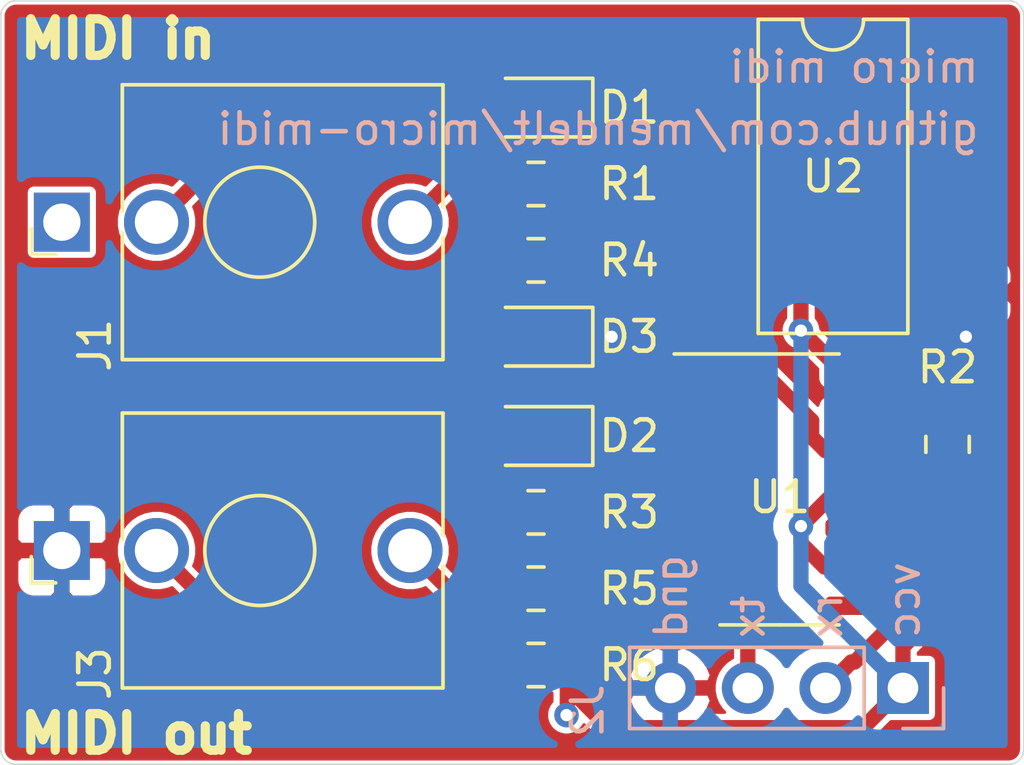
<source format=kicad_pcb>
(kicad_pcb (version 20171130) (host pcbnew 5.1.5)

  (general
    (thickness 1.6)
    (drawings 16)
    (tracks 87)
    (zones 0)
    (modules 14)
    (nets 16)
  )

  (page A4)
  (title_block
    (title "Micro Midi")
    (date 2020-06-04)
    (rev 0.3.0)
  )

  (layers
    (0 F.Cu signal)
    (31 B.Cu signal)
    (32 B.Adhes user)
    (33 F.Adhes user)
    (34 B.Paste user)
    (35 F.Paste user)
    (36 B.SilkS user)
    (37 F.SilkS user hide)
    (38 B.Mask user)
    (39 F.Mask user)
    (40 Dwgs.User user)
    (41 Cmts.User user)
    (42 Eco1.User user)
    (43 Eco2.User user)
    (44 Edge.Cuts user)
    (45 Margin user)
    (46 B.CrtYd user)
    (47 F.CrtYd user)
    (48 B.Fab user hide)
    (49 F.Fab user hide)
  )

  (setup
    (last_trace_width 0.5)
    (user_trace_width 0.5)
    (trace_clearance 0.2)
    (zone_clearance 0.1)
    (zone_45_only no)
    (trace_min 0.2)
    (via_size 0.8)
    (via_drill 0.4)
    (via_min_size 0.4)
    (via_min_drill 0.3)
    (uvia_size 0.3)
    (uvia_drill 0.1)
    (uvias_allowed no)
    (uvia_min_size 0.2)
    (uvia_min_drill 0.1)
    (edge_width 0.05)
    (segment_width 0.2)
    (pcb_text_width 0.3)
    (pcb_text_size 1.5 1.5)
    (mod_edge_width 0.12)
    (mod_text_size 1 1)
    (mod_text_width 0.15)
    (pad_size 1.524 1.524)
    (pad_drill 0.762)
    (pad_to_mask_clearance 0.051)
    (solder_mask_min_width 0.25)
    (aux_axis_origin 0 0)
    (visible_elements FFFFFF7F)
    (pcbplotparams
      (layerselection 0x010fc_ffffffff)
      (usegerberextensions false)
      (usegerberattributes false)
      (usegerberadvancedattributes false)
      (creategerberjobfile false)
      (excludeedgelayer true)
      (linewidth 0.100000)
      (plotframeref false)
      (viasonmask false)
      (mode 1)
      (useauxorigin false)
      (hpglpennumber 1)
      (hpglpenspeed 20)
      (hpglpendiameter 15.000000)
      (psnegative false)
      (psa4output false)
      (plotreference true)
      (plotvalue true)
      (plotinvisibletext false)
      (padsonsilk false)
      (subtractmaskfromsilk false)
      (outputformat 1)
      (mirror false)
      (drillshape 0)
      (scaleselection 1)
      (outputdirectory "plot"))
  )

  (net 0 "")
  (net 1 "Net-(D1-Pad2)")
  (net 2 "Net-(D1-Pad1)")
  (net 3 +5V)
  (net 4 "Net-(J2-Pad2)")
  (net 5 GND)
  (net 6 "Net-(J1-PadT)")
  (net 7 "Net-(D2-Pad2)")
  (net 8 "Net-(D3-Pad2)")
  (net 9 "Net-(J2-Pad3)")
  (net 10 "Net-(J3-PadT)")
  (net 11 "Net-(R3-Pad2)")
  (net 12 "Net-(R4-Pad2)")
  (net 13 "Net-(R5-Pad2)")
  (net 14 "Net-(J3-PadR)")
  (net 15 "Net-(U1-Pad4)")

  (net_class Default "This is the default net class."
    (clearance 0.2)
    (trace_width 0.25)
    (via_dia 0.8)
    (via_drill 0.4)
    (uvia_dia 0.3)
    (uvia_drill 0.1)
    (add_net +5V)
    (add_net GND)
    (add_net "Net-(D1-Pad1)")
    (add_net "Net-(D1-Pad2)")
    (add_net "Net-(D2-Pad2)")
    (add_net "Net-(D3-Pad2)")
    (add_net "Net-(J1-PadT)")
    (add_net "Net-(J2-Pad2)")
    (add_net "Net-(J2-Pad3)")
    (add_net "Net-(J3-PadR)")
    (add_net "Net-(J3-PadT)")
    (add_net "Net-(R3-Pad2)")
    (add_net "Net-(R4-Pad2)")
    (add_net "Net-(R5-Pad2)")
    (add_net "Net-(U1-Pad4)")
  )

  (module Connector_Audio:Jack_3.5mm_QingPu_WQP-PJ398SM_Vertical_CircularHoles (layer F.Cu) (tedit 5EA9E514) (tstamp 5EA8B646)
    (at 72 58 90)
    (descr "TRS 3.5mm, vertical, Thonkiconn, PCB mount, (http://www.qingpu-electronics.com/en/products/WQP-PJ398SM-362.html)")
    (tags "WQP-PJ398SM WQP-PJ301M-12 TRS 3.5mm mono vertical jack thonkiconn qingpu")
    (path /5E8296E3)
    (fp_text reference J3 (at -4.03 1.08 270) (layer F.SilkS)
      (effects (font (size 1 1) (thickness 0.15)))
    )
    (fp_text value AudioJack3 (at 0 5 270) (layer F.Fab)
      (effects (font (size 1 1) (thickness 0.15)))
    )
    (fp_text user KEEPOUT (at 0 6.48 90) (layer Cmts.User)
      (effects (font (size 0.4 0.4) (thickness 0.051)))
    )
    (fp_line (start -5 12.98) (end -5 -1.42) (layer F.CrtYd) (width 0.05))
    (fp_line (start -4.5 12.48) (end -4.5 2.08) (layer F.Fab) (width 0.1))
    (fp_text user %R (at 0 8 270) (layer F.Fab)
      (effects (font (size 1 1) (thickness 0.15)))
    )
    (fp_line (start -4.5 1.98) (end -4.5 12.48) (layer F.SilkS) (width 0.12))
    (fp_line (start 4.5 1.98) (end 4.5 12.48) (layer F.SilkS) (width 0.12))
    (fp_circle (center 0 6.48) (end 1.5 6.48) (layer Dwgs.User) (width 0.12))
    (fp_line (start 0.09 7.96) (end 1.48 6.57) (layer Dwgs.User) (width 0.12))
    (fp_line (start -0.58 7.83) (end 1.36 5.89) (layer Dwgs.User) (width 0.12))
    (fp_line (start -1.07 7.49) (end 1.01 5.41) (layer Dwgs.User) (width 0.12))
    (fp_line (start -1.42 6.875) (end 0.4 5.06) (layer Dwgs.User) (width 0.12))
    (fp_line (start -1.41 6.02) (end -0.46 5.07) (layer Dwgs.User) (width 0.12))
    (fp_line (start 4.5 12.48) (end 0.5 12.48) (layer F.SilkS) (width 0.12))
    (fp_line (start -0.5 12.48) (end -4.5 12.48) (layer F.SilkS) (width 0.12))
    (fp_line (start 4.5 1.98) (end 0.35 1.98) (layer F.SilkS) (width 0.12))
    (fp_line (start -0.35 1.98) (end -4.5 1.98) (layer F.SilkS) (width 0.12))
    (fp_circle (center 0 6.48) (end 1.8 6.48) (layer F.SilkS) (width 0.12))
    (fp_line (start -1.06 -1) (end -1.06 -0.2) (layer F.SilkS) (width 0.12))
    (fp_line (start -1.06 -1) (end -0.2 -1) (layer F.SilkS) (width 0.12))
    (fp_line (start 4.5 12.48) (end 4.5 2.08) (layer F.Fab) (width 0.1))
    (fp_line (start 4.5 12.48) (end -4.5 12.48) (layer F.Fab) (width 0.1))
    (fp_line (start 5 12.98) (end 5 -1.42) (layer F.CrtYd) (width 0.05))
    (fp_line (start 5 12.98) (end -5 12.98) (layer F.CrtYd) (width 0.05))
    (fp_line (start 5 -1.42) (end -5 -1.42) (layer F.CrtYd) (width 0.05))
    (fp_line (start 4.5 2.03) (end -4.5 2.03) (layer F.Fab) (width 0.1))
    (fp_circle (center 0 6.48) (end 1.8 6.48) (layer F.Fab) (width 0.1))
    (fp_line (start 0 0) (end 0 2.03) (layer F.Fab) (width 0.1))
    (pad R thru_hole circle (at 0 3.1 270) (size 2.13 2.13) (drill 1.42) (layers *.Cu *.Mask)
      (net 14 "Net-(J3-PadR)"))
    (pad S thru_hole rect (at 0 0 270) (size 1.93 1.83) (drill 1.22) (layers *.Cu *.Mask)
      (net 5 GND))
    (pad T thru_hole circle (at 0 11.4 270) (size 2.13 2.13) (drill 1.43) (layers *.Cu *.Mask)
      (net 10 "Net-(J3-PadT)"))
    (model ${KISYS3DMOD}/Connector_Audio.3dshapes/Jack_3.5mm_QingPu_WQP-PJ398SM_Vertical.wrl
      (at (xyz 0 0 0))
      (scale (xyz 1 1 1))
      (rotate (xyz 0 0 0))
    )
  )

  (module Connector_Audio:Jack_3.5mm_QingPu_WQP-PJ398SM_Vertical_CircularHoles (layer F.Cu) (tedit 5EA9E4EC) (tstamp 5E7EE7CB)
    (at 72 47.25 90)
    (descr "TRS 3.5mm, vertical, Thonkiconn, PCB mount, (http://www.qingpu-electronics.com/en/products/WQP-PJ398SM-362.html)")
    (tags "WQP-PJ398SM WQP-PJ301M-12 TRS 3.5mm mono vertical jack thonkiconn qingpu")
    (path /5E7D1AF1)
    (fp_text reference J1 (at -4.03 1.08 270) (layer F.SilkS)
      (effects (font (size 1 1) (thickness 0.15)))
    )
    (fp_text value AudioJack3 (at 0 5 270) (layer F.Fab)
      (effects (font (size 1 1) (thickness 0.15)))
    )
    (fp_line (start 0 0) (end 0 2.03) (layer F.Fab) (width 0.1))
    (fp_circle (center 0 6.48) (end 1.8 6.48) (layer F.Fab) (width 0.1))
    (fp_line (start 4.5 2.03) (end -4.5 2.03) (layer F.Fab) (width 0.1))
    (fp_line (start 5 -1.42) (end -5 -1.42) (layer F.CrtYd) (width 0.05))
    (fp_line (start 5 12.98) (end -5 12.98) (layer F.CrtYd) (width 0.05))
    (fp_line (start 5 12.98) (end 5 -1.42) (layer F.CrtYd) (width 0.05))
    (fp_line (start 4.5 12.48) (end -4.5 12.48) (layer F.Fab) (width 0.1))
    (fp_line (start 4.5 12.48) (end 4.5 2.08) (layer F.Fab) (width 0.1))
    (fp_line (start -1.06 -1) (end -0.2 -1) (layer F.SilkS) (width 0.12))
    (fp_line (start -1.06 -1) (end -1.06 -0.2) (layer F.SilkS) (width 0.12))
    (fp_circle (center 0 6.48) (end 1.8 6.48) (layer F.SilkS) (width 0.12))
    (fp_line (start -0.35 1.98) (end -4.5 1.98) (layer F.SilkS) (width 0.12))
    (fp_line (start 4.5 1.98) (end 0.35 1.98) (layer F.SilkS) (width 0.12))
    (fp_line (start -0.5 12.48) (end -4.5 12.48) (layer F.SilkS) (width 0.12))
    (fp_line (start 4.5 12.48) (end 0.5 12.48) (layer F.SilkS) (width 0.12))
    (fp_line (start -1.41 6.02) (end -0.46 5.07) (layer Dwgs.User) (width 0.12))
    (fp_line (start -1.42 6.875) (end 0.4 5.06) (layer Dwgs.User) (width 0.12))
    (fp_line (start -1.07 7.49) (end 1.01 5.41) (layer Dwgs.User) (width 0.12))
    (fp_line (start -0.58 7.83) (end 1.36 5.89) (layer Dwgs.User) (width 0.12))
    (fp_line (start 0.09 7.96) (end 1.48 6.57) (layer Dwgs.User) (width 0.12))
    (fp_circle (center 0 6.48) (end 1.5 6.48) (layer Dwgs.User) (width 0.12))
    (fp_line (start 4.5 1.98) (end 4.5 12.48) (layer F.SilkS) (width 0.12))
    (fp_line (start -4.5 1.98) (end -4.5 12.48) (layer F.SilkS) (width 0.12))
    (fp_text user %R (at 0 8 270) (layer F.Fab)
      (effects (font (size 1 1) (thickness 0.15)))
    )
    (fp_line (start -4.5 12.48) (end -4.5 2.08) (layer F.Fab) (width 0.1))
    (fp_line (start -5 12.98) (end -5 -1.42) (layer F.CrtYd) (width 0.05))
    (fp_text user KEEPOUT (at 0 6.48 90) (layer Cmts.User)
      (effects (font (size 0.4 0.4) (thickness 0.051)))
    )
    (pad T thru_hole circle (at 0 11.4 270) (size 2.13 2.13) (drill 1.43) (layers *.Cu *.Mask)
      (net 6 "Net-(J1-PadT)"))
    (pad S thru_hole rect (at 0 0 270) (size 1.93 1.83) (drill 1.22) (layers *.Cu *.Mask))
    (pad R thru_hole circle (at 0 3.1 270) (size 2.13 2.13) (drill 1.42) (layers *.Cu *.Mask)
      (net 1 "Net-(D1-Pad2)"))
    (model ${KISYS3DMOD}/Connector_Audio.3dshapes/Jack_3.5mm_QingPu_WQP-PJ398SM_Vertical.wrl
      (at (xyz 0 0 0))
      (scale (xyz 1 1 1))
      (rotate (xyz 0 0 0))
    )
  )

  (module Diode_SMD:D_0805_2012Metric_Pad1.15x1.40mm_HandSolder (layer F.Cu) (tedit 5B4B45C8) (tstamp 5EADD7B8)
    (at 87.525 43.5 180)
    (descr "Diode SMD 0805 (2012 Metric), square (rectangular) end terminal, IPC_7351 nominal, (Body size source: https://docs.google.com/spreadsheets/d/1BsfQQcO9C6DZCsRaXUlFlo91Tg2WpOkGARC1WS5S8t0/edit?usp=sharing), generated with kicad-footprint-generator")
    (tags "diode handsolder")
    (path /5E7E1942)
    (attr smd)
    (fp_text reference D1 (at -1.975 0) (layer F.SilkS)
      (effects (font (size 1 1) (thickness 0.15)) (justify left))
    )
    (fp_text value 1N4148 (at 0 1.65) (layer F.Fab)
      (effects (font (size 1 1) (thickness 0.15)))
    )
    (fp_line (start 1 -0.6) (end -0.7 -0.6) (layer F.Fab) (width 0.1))
    (fp_line (start -0.7 -0.6) (end -1 -0.3) (layer F.Fab) (width 0.1))
    (fp_line (start -1 -0.3) (end -1 0.6) (layer F.Fab) (width 0.1))
    (fp_line (start -1 0.6) (end 1 0.6) (layer F.Fab) (width 0.1))
    (fp_line (start 1 0.6) (end 1 -0.6) (layer F.Fab) (width 0.1))
    (fp_line (start 1 -0.96) (end -1.86 -0.96) (layer F.SilkS) (width 0.12))
    (fp_line (start -1.86 -0.96) (end -1.86 0.96) (layer F.SilkS) (width 0.12))
    (fp_line (start -1.86 0.96) (end 1 0.96) (layer F.SilkS) (width 0.12))
    (fp_line (start -1.85 0.95) (end -1.85 -0.95) (layer F.CrtYd) (width 0.05))
    (fp_line (start -1.85 -0.95) (end 1.85 -0.95) (layer F.CrtYd) (width 0.05))
    (fp_line (start 1.85 -0.95) (end 1.85 0.95) (layer F.CrtYd) (width 0.05))
    (fp_line (start 1.85 0.95) (end -1.85 0.95) (layer F.CrtYd) (width 0.05))
    (fp_text user %R (at 0 0) (layer F.Fab)
      (effects (font (size 0.5 0.5) (thickness 0.08)))
    )
    (pad 1 smd roundrect (at -1.025 0 180) (size 1.15 1.4) (layers F.Cu F.Paste F.Mask) (roundrect_rratio 0.217391)
      (net 2 "Net-(D1-Pad1)"))
    (pad 2 smd roundrect (at 1.025 0 180) (size 1.15 1.4) (layers F.Cu F.Paste F.Mask) (roundrect_rratio 0.217391)
      (net 1 "Net-(D1-Pad2)"))
    (model ${KISYS3DMOD}/Diode_SMD.3dshapes/D_0805_2012Metric.wrl
      (at (xyz 0 0 0))
      (scale (xyz 1 1 1))
      (rotate (xyz 0 0 0))
    )
  )

  (module LED_SMD:LED_0805_2012Metric_Pad1.15x1.40mm_HandSolder (layer F.Cu) (tedit 5B4B45C9) (tstamp 5EC992EA)
    (at 87.525 54.25 180)
    (descr "LED SMD 0805 (2012 Metric), square (rectangular) end terminal, IPC_7351 nominal, (Body size source: https://docs.google.com/spreadsheets/d/1BsfQQcO9C6DZCsRaXUlFlo91Tg2WpOkGARC1WS5S8t0/edit?usp=sharing), generated with kicad-footprint-generator")
    (tags "LED handsolder")
    (path /5E84DCF4)
    (attr smd)
    (fp_text reference D2 (at -1.975 0) (layer F.SilkS)
      (effects (font (size 1 1) (thickness 0.15)) (justify left))
    )
    (fp_text value LED (at 0 1.65) (layer F.Fab)
      (effects (font (size 1 1) (thickness 0.15)))
    )
    (fp_line (start 1 -0.6) (end -0.7 -0.6) (layer F.Fab) (width 0.1))
    (fp_line (start -0.7 -0.6) (end -1 -0.3) (layer F.Fab) (width 0.1))
    (fp_line (start -1 -0.3) (end -1 0.6) (layer F.Fab) (width 0.1))
    (fp_line (start -1 0.6) (end 1 0.6) (layer F.Fab) (width 0.1))
    (fp_line (start 1 0.6) (end 1 -0.6) (layer F.Fab) (width 0.1))
    (fp_line (start 1 -0.96) (end -1.86 -0.96) (layer F.SilkS) (width 0.12))
    (fp_line (start -1.86 -0.96) (end -1.86 0.96) (layer F.SilkS) (width 0.12))
    (fp_line (start -1.86 0.96) (end 1 0.96) (layer F.SilkS) (width 0.12))
    (fp_line (start -1.85 0.95) (end -1.85 -0.95) (layer F.CrtYd) (width 0.05))
    (fp_line (start -1.85 -0.95) (end 1.85 -0.95) (layer F.CrtYd) (width 0.05))
    (fp_line (start 1.85 -0.95) (end 1.85 0.95) (layer F.CrtYd) (width 0.05))
    (fp_line (start 1.85 0.95) (end -1.85 0.95) (layer F.CrtYd) (width 0.05))
    (fp_text user %R (at 0 0) (layer F.Fab)
      (effects (font (size 0.5 0.5) (thickness 0.08)))
    )
    (pad 1 smd roundrect (at -1.025 0 180) (size 1.15 1.4) (layers F.Cu F.Paste F.Mask) (roundrect_rratio 0.217391)
      (net 5 GND))
    (pad 2 smd roundrect (at 1.025 0 180) (size 1.15 1.4) (layers F.Cu F.Paste F.Mask) (roundrect_rratio 0.217391)
      (net 7 "Net-(D2-Pad2)"))
    (model ${KISYS3DMOD}/LED_SMD.3dshapes/LED_0805_2012Metric.wrl
      (at (xyz 0 0 0))
      (scale (xyz 1 1 1))
      (rotate (xyz 0 0 0))
    )
  )

  (module LED_SMD:LED_0805_2012Metric_Pad1.15x1.40mm_HandSolder (layer F.Cu) (tedit 5B4B45C9) (tstamp 5EADD82D)
    (at 87.525 51 180)
    (descr "LED SMD 0805 (2012 Metric), square (rectangular) end terminal, IPC_7351 nominal, (Body size source: https://docs.google.com/spreadsheets/d/1BsfQQcO9C6DZCsRaXUlFlo91Tg2WpOkGARC1WS5S8t0/edit?usp=sharing), generated with kicad-footprint-generator")
    (tags "LED handsolder")
    (path /5E84F28E)
    (attr smd)
    (fp_text reference D3 (at -1.975 0) (layer F.SilkS)
      (effects (font (size 1 1) (thickness 0.15)) (justify left))
    )
    (fp_text value LED (at 0 1.65) (layer F.Fab)
      (effects (font (size 1 1) (thickness 0.15)))
    )
    (fp_text user %R (at 0 0) (layer F.Fab)
      (effects (font (size 0.5 0.5) (thickness 0.08)))
    )
    (fp_line (start 1.85 0.95) (end -1.85 0.95) (layer F.CrtYd) (width 0.05))
    (fp_line (start 1.85 -0.95) (end 1.85 0.95) (layer F.CrtYd) (width 0.05))
    (fp_line (start -1.85 -0.95) (end 1.85 -0.95) (layer F.CrtYd) (width 0.05))
    (fp_line (start -1.85 0.95) (end -1.85 -0.95) (layer F.CrtYd) (width 0.05))
    (fp_line (start -1.86 0.96) (end 1 0.96) (layer F.SilkS) (width 0.12))
    (fp_line (start -1.86 -0.96) (end -1.86 0.96) (layer F.SilkS) (width 0.12))
    (fp_line (start 1 -0.96) (end -1.86 -0.96) (layer F.SilkS) (width 0.12))
    (fp_line (start 1 0.6) (end 1 -0.6) (layer F.Fab) (width 0.1))
    (fp_line (start -1 0.6) (end 1 0.6) (layer F.Fab) (width 0.1))
    (fp_line (start -1 -0.3) (end -1 0.6) (layer F.Fab) (width 0.1))
    (fp_line (start -0.7 -0.6) (end -1 -0.3) (layer F.Fab) (width 0.1))
    (fp_line (start 1 -0.6) (end -0.7 -0.6) (layer F.Fab) (width 0.1))
    (pad 2 smd roundrect (at 1.025 0 180) (size 1.15 1.4) (layers F.Cu F.Paste F.Mask) (roundrect_rratio 0.217391)
      (net 8 "Net-(D3-Pad2)"))
    (pad 1 smd roundrect (at -1.025 0 180) (size 1.15 1.4) (layers F.Cu F.Paste F.Mask) (roundrect_rratio 0.217391)
      (net 5 GND))
    (model ${KISYS3DMOD}/LED_SMD.3dshapes/LED_0805_2012Metric.wrl
      (at (xyz 0 0 0))
      (scale (xyz 1 1 1))
      (rotate (xyz 0 0 0))
    )
  )

  (module Connector_PinHeader_2.54mm:PinHeader_1x04_P2.54mm_Vertical (layer B.Cu) (tedit 59FED5CC) (tstamp 5EA8B367)
    (at 99.54 62.5 90)
    (descr "Through hole straight pin header, 1x04, 2.54mm pitch, single row")
    (tags "Through hole pin header THT 1x04 2.54mm single row")
    (path /5E8191AB)
    (fp_text reference J2 (at -0.75 -10.33 90) (layer B.SilkS)
      (effects (font (size 1 1) (thickness 0.15)) (justify mirror))
    )
    (fp_text value Conn_01x04_Male (at 0 -9.95 90) (layer B.Fab)
      (effects (font (size 1 1) (thickness 0.15)) (justify mirror))
    )
    (fp_line (start -0.635 1.27) (end 1.27 1.27) (layer B.Fab) (width 0.1))
    (fp_line (start 1.27 1.27) (end 1.27 -8.89) (layer B.Fab) (width 0.1))
    (fp_line (start 1.27 -8.89) (end -1.27 -8.89) (layer B.Fab) (width 0.1))
    (fp_line (start -1.27 -8.89) (end -1.27 0.635) (layer B.Fab) (width 0.1))
    (fp_line (start -1.27 0.635) (end -0.635 1.27) (layer B.Fab) (width 0.1))
    (fp_line (start -1.33 -8.95) (end 1.33 -8.95) (layer B.SilkS) (width 0.12))
    (fp_line (start -1.33 -1.27) (end -1.33 -8.95) (layer B.SilkS) (width 0.12))
    (fp_line (start 1.33 -1.27) (end 1.33 -8.95) (layer B.SilkS) (width 0.12))
    (fp_line (start -1.33 -1.27) (end 1.33 -1.27) (layer B.SilkS) (width 0.12))
    (fp_line (start -1.33 0) (end -1.33 1.33) (layer B.SilkS) (width 0.12))
    (fp_line (start -1.33 1.33) (end 0 1.33) (layer B.SilkS) (width 0.12))
    (fp_line (start -1.8 1.8) (end -1.8 -9.4) (layer B.CrtYd) (width 0.05))
    (fp_line (start -1.8 -9.4) (end 1.8 -9.4) (layer B.CrtYd) (width 0.05))
    (fp_line (start 1.8 -9.4) (end 1.8 1.8) (layer B.CrtYd) (width 0.05))
    (fp_line (start 1.8 1.8) (end -1.8 1.8) (layer B.CrtYd) (width 0.05))
    (fp_text user %R (at 0 -3.81 180) (layer B.Fab)
      (effects (font (size 1 1) (thickness 0.15)) (justify mirror))
    )
    (pad 1 thru_hole rect (at 0 0 90) (size 1.7 1.7) (drill 1) (layers *.Cu *.Mask)
      (net 3 +5V))
    (pad 2 thru_hole oval (at 0 -2.54 90) (size 1.7 1.7) (drill 1) (layers *.Cu *.Mask)
      (net 4 "Net-(J2-Pad2)"))
    (pad 3 thru_hole oval (at 0 -5.08 90) (size 1.7 1.7) (drill 1) (layers *.Cu *.Mask)
      (net 9 "Net-(J2-Pad3)"))
    (pad 4 thru_hole oval (at 0 -7.62 90) (size 1.7 1.7) (drill 1) (layers *.Cu *.Mask)
      (net 5 GND))
    (model ${KISYS3DMOD}/Connector_PinHeader_2.54mm.3dshapes/PinHeader_1x04_P2.54mm_Vertical.wrl
      (at (xyz 0 0 0))
      (scale (xyz 1 1 1))
      (rotate (xyz 0 0 0))
    )
  )

  (module Resistor_SMD:R_0805_2012Metric_Pad1.15x1.40mm_HandSolder (layer F.Cu) (tedit 5B36C52B) (tstamp 5EADD861)
    (at 87.525 46 180)
    (descr "Resistor SMD 0805 (2012 Metric), square (rectangular) end terminal, IPC_7351 nominal with elongated pad for handsoldering. (Body size source: https://docs.google.com/spreadsheets/d/1BsfQQcO9C6DZCsRaXUlFlo91Tg2WpOkGARC1WS5S8t0/edit?usp=sharing), generated with kicad-footprint-generator")
    (tags "resistor handsolder")
    (path /5E7D6E0A)
    (attr smd)
    (fp_text reference R1 (at -1.975 0) (layer F.SilkS)
      (effects (font (size 1 1) (thickness 0.15)) (justify left))
    )
    (fp_text value 220R (at 0 1.65) (layer F.Fab)
      (effects (font (size 1 1) (thickness 0.15)))
    )
    (fp_text user %R (at 0 0) (layer F.Fab)
      (effects (font (size 0.5 0.5) (thickness 0.08)))
    )
    (fp_line (start 1.85 0.95) (end -1.85 0.95) (layer F.CrtYd) (width 0.05))
    (fp_line (start 1.85 -0.95) (end 1.85 0.95) (layer F.CrtYd) (width 0.05))
    (fp_line (start -1.85 -0.95) (end 1.85 -0.95) (layer F.CrtYd) (width 0.05))
    (fp_line (start -1.85 0.95) (end -1.85 -0.95) (layer F.CrtYd) (width 0.05))
    (fp_line (start -0.261252 0.71) (end 0.261252 0.71) (layer F.SilkS) (width 0.12))
    (fp_line (start -0.261252 -0.71) (end 0.261252 -0.71) (layer F.SilkS) (width 0.12))
    (fp_line (start 1 0.6) (end -1 0.6) (layer F.Fab) (width 0.1))
    (fp_line (start 1 -0.6) (end 1 0.6) (layer F.Fab) (width 0.1))
    (fp_line (start -1 -0.6) (end 1 -0.6) (layer F.Fab) (width 0.1))
    (fp_line (start -1 0.6) (end -1 -0.6) (layer F.Fab) (width 0.1))
    (pad 2 smd roundrect (at 1.025 0 180) (size 1.15 1.4) (layers F.Cu F.Paste F.Mask) (roundrect_rratio 0.217391)
      (net 6 "Net-(J1-PadT)"))
    (pad 1 smd roundrect (at -1.025 0 180) (size 1.15 1.4) (layers F.Cu F.Paste F.Mask) (roundrect_rratio 0.217391)
      (net 2 "Net-(D1-Pad1)"))
    (model ${KISYS3DMOD}/Resistor_SMD.3dshapes/R_0805_2012Metric.wrl
      (at (xyz 0 0 0))
      (scale (xyz 1 1 1))
      (rotate (xyz 0 0 0))
    )
  )

  (module Resistor_SMD:R_0805_2012Metric_Pad1.15x1.40mm_HandSolder (layer F.Cu) (tedit 5B36C52B) (tstamp 5EA8B3B0)
    (at 101 54.525 270)
    (descr "Resistor SMD 0805 (2012 Metric), square (rectangular) end terminal, IPC_7351 nominal with elongated pad for handsoldering. (Body size source: https://docs.google.com/spreadsheets/d/1BsfQQcO9C6DZCsRaXUlFlo91Tg2WpOkGARC1WS5S8t0/edit?usp=sharing), generated with kicad-footprint-generator")
    (tags "resistor handsolder")
    (path /5E7D2F1C)
    (attr smd)
    (fp_text reference R2 (at -2.525 0 180) (layer F.SilkS)
      (effects (font (size 1 1) (thickness 0.15)))
    )
    (fp_text value 10K (at 0 1.65 90) (layer F.Fab)
      (effects (font (size 1 1) (thickness 0.15)))
    )
    (fp_line (start -1 0.6) (end -1 -0.6) (layer F.Fab) (width 0.1))
    (fp_line (start -1 -0.6) (end 1 -0.6) (layer F.Fab) (width 0.1))
    (fp_line (start 1 -0.6) (end 1 0.6) (layer F.Fab) (width 0.1))
    (fp_line (start 1 0.6) (end -1 0.6) (layer F.Fab) (width 0.1))
    (fp_line (start -0.261252 -0.71) (end 0.261252 -0.71) (layer F.SilkS) (width 0.12))
    (fp_line (start -0.261252 0.71) (end 0.261252 0.71) (layer F.SilkS) (width 0.12))
    (fp_line (start -1.85 0.95) (end -1.85 -0.95) (layer F.CrtYd) (width 0.05))
    (fp_line (start -1.85 -0.95) (end 1.85 -0.95) (layer F.CrtYd) (width 0.05))
    (fp_line (start 1.85 -0.95) (end 1.85 0.95) (layer F.CrtYd) (width 0.05))
    (fp_line (start 1.85 0.95) (end -1.85 0.95) (layer F.CrtYd) (width 0.05))
    (fp_text user %R (at 0 0 90) (layer F.Fab)
      (effects (font (size 0.5 0.5) (thickness 0.08)))
    )
    (pad 1 smd roundrect (at -1.025 0 270) (size 1.15 1.4) (layers F.Cu F.Paste F.Mask) (roundrect_rratio 0.217391)
      (net 4 "Net-(J2-Pad2)"))
    (pad 2 smd roundrect (at 1.025 0 270) (size 1.15 1.4) (layers F.Cu F.Paste F.Mask) (roundrect_rratio 0.217391)
      (net 3 +5V))
    (model ${KISYS3DMOD}/Resistor_SMD.3dshapes/R_0805_2012Metric.wrl
      (at (xyz 0 0 0))
      (scale (xyz 1 1 1))
      (rotate (xyz 0 0 0))
    )
  )

  (module Resistor_SMD:R_0805_2012Metric_Pad1.15x1.40mm_HandSolder (layer F.Cu) (tedit 5B36C52B) (tstamp 5EC9937E)
    (at 87.525 56.75)
    (descr "Resistor SMD 0805 (2012 Metric), square (rectangular) end terminal, IPC_7351 nominal with elongated pad for handsoldering. (Body size source: https://docs.google.com/spreadsheets/d/1BsfQQcO9C6DZCsRaXUlFlo91Tg2WpOkGARC1WS5S8t0/edit?usp=sharing), generated with kicad-footprint-generator")
    (tags "resistor handsolder")
    (path /5E84BB38)
    (attr smd)
    (fp_text reference R3 (at 1.975 0) (layer F.SilkS)
      (effects (font (size 1 1) (thickness 0.15)) (justify left))
    )
    (fp_text value 470 (at 0 1.65) (layer F.Fab)
      (effects (font (size 1 1) (thickness 0.15)))
    )
    (fp_text user %R (at 0 0) (layer F.Fab)
      (effects (font (size 0.5 0.5) (thickness 0.08)))
    )
    (fp_line (start 1.85 0.95) (end -1.85 0.95) (layer F.CrtYd) (width 0.05))
    (fp_line (start 1.85 -0.95) (end 1.85 0.95) (layer F.CrtYd) (width 0.05))
    (fp_line (start -1.85 -0.95) (end 1.85 -0.95) (layer F.CrtYd) (width 0.05))
    (fp_line (start -1.85 0.95) (end -1.85 -0.95) (layer F.CrtYd) (width 0.05))
    (fp_line (start -0.261252 0.71) (end 0.261252 0.71) (layer F.SilkS) (width 0.12))
    (fp_line (start -0.261252 -0.71) (end 0.261252 -0.71) (layer F.SilkS) (width 0.12))
    (fp_line (start 1 0.6) (end -1 0.6) (layer F.Fab) (width 0.1))
    (fp_line (start 1 -0.6) (end 1 0.6) (layer F.Fab) (width 0.1))
    (fp_line (start -1 -0.6) (end 1 -0.6) (layer F.Fab) (width 0.1))
    (fp_line (start -1 0.6) (end -1 -0.6) (layer F.Fab) (width 0.1))
    (pad 2 smd roundrect (at 1.025 0) (size 1.15 1.4) (layers F.Cu F.Paste F.Mask) (roundrect_rratio 0.217391)
      (net 11 "Net-(R3-Pad2)"))
    (pad 1 smd roundrect (at -1.025 0) (size 1.15 1.4) (layers F.Cu F.Paste F.Mask) (roundrect_rratio 0.217391)
      (net 7 "Net-(D2-Pad2)"))
    (model ${KISYS3DMOD}/Resistor_SMD.3dshapes/R_0805_2012Metric.wrl
      (at (xyz 0 0 0))
      (scale (xyz 1 1 1))
      (rotate (xyz 0 0 0))
    )
  )

  (module Resistor_SMD:R_0805_2012Metric_Pad1.15x1.40mm_HandSolder (layer F.Cu) (tedit 5B36C52B) (tstamp 5EADD7F5)
    (at 87.525 48.5)
    (descr "Resistor SMD 0805 (2012 Metric), square (rectangular) end terminal, IPC_7351 nominal with elongated pad for handsoldering. (Body size source: https://docs.google.com/spreadsheets/d/1BsfQQcO9C6DZCsRaXUlFlo91Tg2WpOkGARC1WS5S8t0/edit?usp=sharing), generated with kicad-footprint-generator")
    (tags "resistor handsolder")
    (path /5E84CE4D)
    (attr smd)
    (fp_text reference R4 (at 1.975 0) (layer F.SilkS)
      (effects (font (size 1 1) (thickness 0.15)) (justify left))
    )
    (fp_text value 470 (at 0 1.65) (layer F.Fab)
      (effects (font (size 1 1) (thickness 0.15)))
    )
    (fp_line (start -1 0.6) (end -1 -0.6) (layer F.Fab) (width 0.1))
    (fp_line (start -1 -0.6) (end 1 -0.6) (layer F.Fab) (width 0.1))
    (fp_line (start 1 -0.6) (end 1 0.6) (layer F.Fab) (width 0.1))
    (fp_line (start 1 0.6) (end -1 0.6) (layer F.Fab) (width 0.1))
    (fp_line (start -0.261252 -0.71) (end 0.261252 -0.71) (layer F.SilkS) (width 0.12))
    (fp_line (start -0.261252 0.71) (end 0.261252 0.71) (layer F.SilkS) (width 0.12))
    (fp_line (start -1.85 0.95) (end -1.85 -0.95) (layer F.CrtYd) (width 0.05))
    (fp_line (start -1.85 -0.95) (end 1.85 -0.95) (layer F.CrtYd) (width 0.05))
    (fp_line (start 1.85 -0.95) (end 1.85 0.95) (layer F.CrtYd) (width 0.05))
    (fp_line (start 1.85 0.95) (end -1.85 0.95) (layer F.CrtYd) (width 0.05))
    (fp_text user %R (at 0 0) (layer F.Fab)
      (effects (font (size 0.5 0.5) (thickness 0.08)))
    )
    (pad 1 smd roundrect (at -1.025 0) (size 1.15 1.4) (layers F.Cu F.Paste F.Mask) (roundrect_rratio 0.217391)
      (net 8 "Net-(D3-Pad2)"))
    (pad 2 smd roundrect (at 1.025 0) (size 1.15 1.4) (layers F.Cu F.Paste F.Mask) (roundrect_rratio 0.217391)
      (net 12 "Net-(R4-Pad2)"))
    (model ${KISYS3DMOD}/Resistor_SMD.3dshapes/R_0805_2012Metric.wrl
      (at (xyz 0 0 0))
      (scale (xyz 1 1 1))
      (rotate (xyz 0 0 0))
    )
  )

  (module Resistor_SMD:R_0805_2012Metric_Pad1.15x1.40mm_HandSolder (layer F.Cu) (tedit 5B36C52B) (tstamp 5EC9931E)
    (at 87.525 59.25)
    (descr "Resistor SMD 0805 (2012 Metric), square (rectangular) end terminal, IPC_7351 nominal with elongated pad for handsoldering. (Body size source: https://docs.google.com/spreadsheets/d/1BsfQQcO9C6DZCsRaXUlFlo91Tg2WpOkGARC1WS5S8t0/edit?usp=sharing), generated with kicad-footprint-generator")
    (tags "resistor handsolder")
    (path /5EA652C0)
    (attr smd)
    (fp_text reference R5 (at 1.975 0) (layer F.SilkS)
      (effects (font (size 1 1) (thickness 0.15)) (justify left))
    )
    (fp_text value 220R (at 0 1.65) (layer F.Fab)
      (effects (font (size 1 1) (thickness 0.15)))
    )
    (fp_line (start -1 0.6) (end -1 -0.6) (layer F.Fab) (width 0.1))
    (fp_line (start -1 -0.6) (end 1 -0.6) (layer F.Fab) (width 0.1))
    (fp_line (start 1 -0.6) (end 1 0.6) (layer F.Fab) (width 0.1))
    (fp_line (start 1 0.6) (end -1 0.6) (layer F.Fab) (width 0.1))
    (fp_line (start -0.261252 -0.71) (end 0.261252 -0.71) (layer F.SilkS) (width 0.12))
    (fp_line (start -0.261252 0.71) (end 0.261252 0.71) (layer F.SilkS) (width 0.12))
    (fp_line (start -1.85 0.95) (end -1.85 -0.95) (layer F.CrtYd) (width 0.05))
    (fp_line (start -1.85 -0.95) (end 1.85 -0.95) (layer F.CrtYd) (width 0.05))
    (fp_line (start 1.85 -0.95) (end 1.85 0.95) (layer F.CrtYd) (width 0.05))
    (fp_line (start 1.85 0.95) (end -1.85 0.95) (layer F.CrtYd) (width 0.05))
    (fp_text user %R (at 0 0) (layer F.Fab)
      (effects (font (size 0.5 0.5) (thickness 0.08)))
    )
    (pad 1 smd roundrect (at -1.025 0) (size 1.15 1.4) (layers F.Cu F.Paste F.Mask) (roundrect_rratio 0.217391)
      (net 10 "Net-(J3-PadT)"))
    (pad 2 smd roundrect (at 1.025 0) (size 1.15 1.4) (layers F.Cu F.Paste F.Mask) (roundrect_rratio 0.217391)
      (net 13 "Net-(R5-Pad2)"))
    (model ${KISYS3DMOD}/Resistor_SMD.3dshapes/R_0805_2012Metric.wrl
      (at (xyz 0 0 0))
      (scale (xyz 1 1 1))
      (rotate (xyz 0 0 0))
    )
  )

  (module Resistor_SMD:R_0805_2012Metric_Pad1.15x1.40mm_HandSolder (layer F.Cu) (tedit 5B36C52B) (tstamp 5EC9934E)
    (at 87.525 61.75)
    (descr "Resistor SMD 0805 (2012 Metric), square (rectangular) end terminal, IPC_7351 nominal with elongated pad for handsoldering. (Body size source: https://docs.google.com/spreadsheets/d/1BsfQQcO9C6DZCsRaXUlFlo91Tg2WpOkGARC1WS5S8t0/edit?usp=sharing), generated with kicad-footprint-generator")
    (tags "resistor handsolder")
    (path /5EA76B1A)
    (attr smd)
    (fp_text reference R6 (at 1.975 0) (layer F.SilkS)
      (effects (font (size 1 1) (thickness 0.15)) (justify left))
    )
    (fp_text value 220R (at 0 1.65) (layer F.Fab)
      (effects (font (size 1 1) (thickness 0.15)))
    )
    (fp_text user %R (at 0 0) (layer F.Fab)
      (effects (font (size 0.5 0.5) (thickness 0.08)))
    )
    (fp_line (start 1.85 0.95) (end -1.85 0.95) (layer F.CrtYd) (width 0.05))
    (fp_line (start 1.85 -0.95) (end 1.85 0.95) (layer F.CrtYd) (width 0.05))
    (fp_line (start -1.85 -0.95) (end 1.85 -0.95) (layer F.CrtYd) (width 0.05))
    (fp_line (start -1.85 0.95) (end -1.85 -0.95) (layer F.CrtYd) (width 0.05))
    (fp_line (start -0.261252 0.71) (end 0.261252 0.71) (layer F.SilkS) (width 0.12))
    (fp_line (start -0.261252 -0.71) (end 0.261252 -0.71) (layer F.SilkS) (width 0.12))
    (fp_line (start 1 0.6) (end -1 0.6) (layer F.Fab) (width 0.1))
    (fp_line (start 1 -0.6) (end 1 0.6) (layer F.Fab) (width 0.1))
    (fp_line (start -1 -0.6) (end 1 -0.6) (layer F.Fab) (width 0.1))
    (fp_line (start -1 0.6) (end -1 -0.6) (layer F.Fab) (width 0.1))
    (pad 2 smd roundrect (at 1.025 0) (size 1.15 1.4) (layers F.Cu F.Paste F.Mask) (roundrect_rratio 0.217391)
      (net 3 +5V))
    (pad 1 smd roundrect (at -1.025 0) (size 1.15 1.4) (layers F.Cu F.Paste F.Mask) (roundrect_rratio 0.217391)
      (net 14 "Net-(J3-PadR)"))
    (model ${KISYS3DMOD}/Resistor_SMD.3dshapes/R_0805_2012Metric.wrl
      (at (xyz 0 0 0))
      (scale (xyz 1 1 1))
      (rotate (xyz 0 0 0))
    )
  )

  (module Package_DIP:PowerIntegrations_SMD-8 (layer F.Cu) (tedit 5A4A20F7) (tstamp 5EA8B43E)
    (at 97.25 45.75)
    (descr "PowerIntegrations variant of 8-lead surface-mounted (SMD) DIP package, row spacing 7.62 mm (300 mils), see https://www.power.com/sites/default/files/product-docs/lnk520.pdf")
    (tags "SMD DIP DIL PDIP SMDIP 2.54mm 7.62mm 300mil")
    (path /5E7DA516)
    (attr smd)
    (fp_text reference U2 (at 0 0) (layer F.SilkS)
      (effects (font (size 1 1) (thickness 0.15)))
    )
    (fp_text value 6N137 (at 0 6.14) (layer F.Fab)
      (effects (font (size 1 1) (thickness 0.15)))
    )
    (fp_text user %R (at 0 0) (layer F.Fab)
      (effects (font (size 1 1) (thickness 0.15)))
    )
    (fp_line (start -2.175 -5.08) (end 3.175 -5.08) (layer F.Fab) (width 0.1))
    (fp_line (start 3.175 -5.08) (end 3.175 5.08) (layer F.Fab) (width 0.1))
    (fp_line (start 3.175 5.08) (end -3.175 5.08) (layer F.Fab) (width 0.1))
    (fp_line (start -3.175 5.08) (end -3.175 -4.08) (layer F.Fab) (width 0.1))
    (fp_line (start -3.175 -4.08) (end -2.175 -5.08) (layer F.Fab) (width 0.1))
    (fp_line (start -1 -5.14) (end -2.45 -5.14) (layer F.SilkS) (width 0.12))
    (fp_line (start -2.45 -5.14) (end -2.45 5.14) (layer F.SilkS) (width 0.12))
    (fp_line (start -2.45 5.14) (end 2.45 5.14) (layer F.SilkS) (width 0.12))
    (fp_line (start 2.45 5.14) (end 2.45 -5.14) (layer F.SilkS) (width 0.12))
    (fp_line (start 2.45 -5.14) (end 1 -5.14) (layer F.SilkS) (width 0.12))
    (fp_line (start -5.55 -5.33) (end 5.55 -5.33) (layer F.CrtYd) (width 0.05))
    (fp_line (start -5.55 -5.33) (end -5.55 5.33) (layer F.CrtYd) (width 0.05))
    (fp_line (start 5.55 5.33) (end 5.55 -5.33) (layer F.CrtYd) (width 0.05))
    (fp_line (start 5.55 5.33) (end -5.55 5.33) (layer F.CrtYd) (width 0.05))
    (fp_arc (start 0 -5.14) (end -1 -5.14) (angle -180) (layer F.SilkS) (width 0.12))
    (pad 6 smd rect (at 4.3 1.27) (size 2 1.52) (layers F.Cu F.Paste F.Mask)
      (net 4 "Net-(J2-Pad2)"))
    (pad 1 smd rect (at -4.3 -3.81) (size 2 1.17) (layers F.Cu F.Paste F.Mask))
    (pad 2 smd rect (at -4.3 -1.27) (size 2 1.52) (layers F.Cu F.Paste F.Mask)
      (net 2 "Net-(D1-Pad1)"))
    (pad 3 smd rect (at -4.3 1.27) (size 2 1.52) (layers F.Cu F.Paste F.Mask)
      (net 1 "Net-(D1-Pad2)"))
    (pad 4 smd rect (at -4.3 3.81) (size 2 1.17) (layers F.Cu F.Paste F.Mask))
    (pad 5 smd rect (at 4.3 3.81) (size 2 1.17) (layers F.Cu F.Paste F.Mask)
      (net 5 GND))
    (pad 7 smd rect (at 4.3 -1.27) (size 2 1.52) (layers F.Cu F.Paste F.Mask))
    (pad 8 smd rect (at 4.3 -3.81) (size 2 1.17) (layers F.Cu F.Paste F.Mask)
      (net 3 +5V))
    (model ${KISYS3DMOD}/Package_DIP.3dshapes/PowerIntegrations_SMD-8.wrl
      (at (xyz 0 0 0))
      (scale (xyz 1 1 1))
      (rotate (xyz 0 0 0))
    )
  )

  (module Package_SO:SOIC-14_3.9x8.7mm_P1.27mm (layer F.Cu) (tedit 5D9F72B1) (tstamp 5EADDA5A)
    (at 95.5 56)
    (descr "SOIC, 14 Pin (JEDEC MS-012AB, https://www.analog.com/media/en/package-pcb-resources/package/pkg_pdf/soic_narrow-r/r_14.pdf), generated with kicad-footprint-generator ipc_gullwing_generator.py")
    (tags "SOIC SO")
    (path /5E849640)
    (attr smd)
    (fp_text reference U1 (at 0 0.25) (layer F.SilkS)
      (effects (font (size 1 1) (thickness 0.15)))
    )
    (fp_text value 74HC04 (at 0 5.28) (layer F.Fab)
      (effects (font (size 1 1) (thickness 0.15)))
    )
    (fp_line (start 0 4.435) (end 1.95 4.435) (layer F.SilkS) (width 0.12))
    (fp_line (start 0 4.435) (end -1.95 4.435) (layer F.SilkS) (width 0.12))
    (fp_line (start 0 -4.435) (end 1.95 -4.435) (layer F.SilkS) (width 0.12))
    (fp_line (start 0 -4.435) (end -3.45 -4.435) (layer F.SilkS) (width 0.12))
    (fp_line (start -0.975 -4.325) (end 1.95 -4.325) (layer F.Fab) (width 0.1))
    (fp_line (start 1.95 -4.325) (end 1.95 4.325) (layer F.Fab) (width 0.1))
    (fp_line (start 1.95 4.325) (end -1.95 4.325) (layer F.Fab) (width 0.1))
    (fp_line (start -1.95 4.325) (end -1.95 -3.35) (layer F.Fab) (width 0.1))
    (fp_line (start -1.95 -3.35) (end -0.975 -4.325) (layer F.Fab) (width 0.1))
    (fp_line (start -3.7 -4.58) (end -3.7 4.58) (layer F.CrtYd) (width 0.05))
    (fp_line (start -3.7 4.58) (end 3.7 4.58) (layer F.CrtYd) (width 0.05))
    (fp_line (start 3.7 4.58) (end 3.7 -4.58) (layer F.CrtYd) (width 0.05))
    (fp_line (start 3.7 -4.58) (end -3.7 -4.58) (layer F.CrtYd) (width 0.05))
    (fp_text user %R (at 0 0) (layer F.Fab)
      (effects (font (size 0.98 0.98) (thickness 0.15)))
    )
    (pad 1 smd roundrect (at -2.475 -3.81) (size 1.95 0.6) (layers F.Cu F.Paste F.Mask) (roundrect_rratio 0.25)
      (net 9 "Net-(J2-Pad3)"))
    (pad 2 smd roundrect (at -2.475 -2.54) (size 1.95 0.6) (layers F.Cu F.Paste F.Mask) (roundrect_rratio 0.25)
      (net 11 "Net-(R3-Pad2)"))
    (pad 3 smd roundrect (at -2.475 -1.27) (size 1.95 0.6) (layers F.Cu F.Paste F.Mask) (roundrect_rratio 0.25)
      (net 9 "Net-(J2-Pad3)"))
    (pad 4 smd roundrect (at -2.475 0) (size 1.95 0.6) (layers F.Cu F.Paste F.Mask) (roundrect_rratio 0.25)
      (net 15 "Net-(U1-Pad4)"))
    (pad 5 smd roundrect (at -2.475 1.27) (size 1.95 0.6) (layers F.Cu F.Paste F.Mask) (roundrect_rratio 0.25)
      (net 15 "Net-(U1-Pad4)"))
    (pad 6 smd roundrect (at -2.475 2.54) (size 1.95 0.6) (layers F.Cu F.Paste F.Mask) (roundrect_rratio 0.25)
      (net 13 "Net-(R5-Pad2)"))
    (pad 7 smd roundrect (at -2.475 3.81) (size 1.95 0.6) (layers F.Cu F.Paste F.Mask) (roundrect_rratio 0.25)
      (net 5 GND))
    (pad 8 smd roundrect (at 2.475 3.81) (size 1.95 0.6) (layers F.Cu F.Paste F.Mask) (roundrect_rratio 0.25))
    (pad 9 smd roundrect (at 2.475 2.54) (size 1.95 0.6) (layers F.Cu F.Paste F.Mask) (roundrect_rratio 0.25)
      (net 3 +5V))
    (pad 10 smd roundrect (at 2.475 1.27) (size 1.95 0.6) (layers F.Cu F.Paste F.Mask) (roundrect_rratio 0.25))
    (pad 11 smd roundrect (at 2.475 0) (size 1.95 0.6) (layers F.Cu F.Paste F.Mask) (roundrect_rratio 0.25)
      (net 3 +5V))
    (pad 12 smd roundrect (at 2.475 -1.27) (size 1.95 0.6) (layers F.Cu F.Paste F.Mask) (roundrect_rratio 0.25)
      (net 12 "Net-(R4-Pad2)"))
    (pad 13 smd roundrect (at 2.475 -2.54) (size 1.95 0.6) (layers F.Cu F.Paste F.Mask) (roundrect_rratio 0.25)
      (net 4 "Net-(J2-Pad2)"))
    (pad 14 smd roundrect (at 2.475 -3.81) (size 1.95 0.6) (layers F.Cu F.Paste F.Mask) (roundrect_rratio 0.25)
      (net 3 +5V))
    (model ${KISYS3DMOD}/Package_SO.3dshapes/SOIC-14_3.9x8.7mm_P1.27mm.wrl
      (at (xyz 0 0 0))
      (scale (xyz 1 1 1))
      (rotate (xyz 0 0 0))
    )
  )

  (gr_text github.com/mendelt/micro-midi (at 102.108 44.196) (layer B.SilkS)
    (effects (font (size 1 1) (thickness 0.15)) (justify left mirror))
  )
  (gr_text "micro midi" (at 102.108 42.164) (layer B.SilkS)
    (effects (font (size 1 1) (thickness 0.15)) (justify left mirror))
  )
  (gr_text tx (at 94.488 60.96 90) (layer B.SilkS) (tstamp 5ED7F2D0)
    (effects (font (size 1 1) (thickness 0.15)) (justify right mirror))
  )
  (gr_text rx (at 97.028 60.96 90) (layer B.SilkS) (tstamp 5ED94AFD)
    (effects (font (size 1 1) (thickness 0.15)) (justify right mirror))
  )
  (gr_text vcc (at 99.568 60.96 90) (layer B.SilkS) (tstamp 5ED7F288)
    (effects (font (size 1 1) (thickness 0.15)) (justify right mirror))
  )
  (gr_text gnd (at 91.948 60.96 90) (layer B.SilkS) (tstamp 5ED7F2BD)
    (effects (font (size 1 1) (thickness 0.15)) (justify right mirror))
  )
  (gr_arc (start 103 64.5) (end 103 65) (angle -90) (layer Edge.Cuts) (width 0.05))
  (gr_arc (start 70.5 64.5) (end 70 64.5) (angle -90) (layer Edge.Cuts) (width 0.05))
  (gr_arc (start 70.5 40.5) (end 70.5 40) (angle -90) (layer Edge.Cuts) (width 0.05))
  (gr_arc (start 103 40.5) (end 103.5 40.5) (angle -90) (layer Edge.Cuts) (width 0.05))
  (gr_line (start 70 40.5) (end 70 64.5) (layer Edge.Cuts) (width 0.05) (tstamp 5EC994DB))
  (gr_line (start 103.5 40.5) (end 103.5 64.5) (layer Edge.Cuts) (width 0.05) (tstamp 5EC994E1))
  (gr_line (start 70.5 40) (end 103 40) (layer Edge.Cuts) (width 0.05) (tstamp 5EC994E0))
  (gr_line (start 70.5 65) (end 103 65) (layer Edge.Cuts) (width 0.05) (tstamp 5EC994DC))
  (gr_text "MIDI out" (at 70.5 64) (layer F.SilkS) (tstamp 5ED7E6D0)
    (effects (font (size 1.2 1.2) (thickness 0.3)) (justify left))
  )
  (gr_text "MIDI in" (at 70.5 41.25) (layer F.SilkS)
    (effects (font (size 1.2 1.2) (thickness 0.3)) (justify left))
  )

  (segment (start 86.5 43.5) (end 78.85 43.5) (width 0.5) (layer F.Cu) (net 1) (status 10))
  (segment (start 78.85 43.5) (end 75.1 47.25) (width 0.5) (layer F.Cu) (net 1) (status 20))
  (segment (start 93.19 47.02) (end 92.95 47.02) (width 0.5) (layer F.Cu) (net 1))
  (segment (start 94.45 45.76) (end 93.19 47.02) (width 0.5) (layer F.Cu) (net 1))
  (segment (start 94.45 43.409998) (end 94.45 45.76) (width 0.5) (layer F.Cu) (net 1))
  (segment (start 94.310001 43.269999) (end 94.45 43.409998) (width 0.5) (layer F.Cu) (net 1))
  (segment (start 91.884997 43.269999) (end 94.310001 43.269999) (width 0.5) (layer F.Cu) (net 1))
  (segment (start 90.964988 42.34999) (end 91.884997 43.269999) (width 0.5) (layer F.Cu) (net 1))
  (segment (start 87.935044 42.34999) (end 90.964988 42.34999) (width 0.5) (layer F.Cu) (net 1))
  (segment (start 86.785034 43.5) (end 87.935044 42.34999) (width 0.5) (layer F.Cu) (net 1))
  (segment (start 86.5 43.5) (end 86.785034 43.5) (width 0.5) (layer F.Cu) (net 1))
  (segment (start 88.83 44.48) (end 88.81 44.5) (width 0.5) (layer F.Cu) (net 2))
  (segment (start 92.95 44.48) (end 88.83 44.48) (width 0.5) (layer F.Cu) (net 2))
  (segment (start 88.55 46) (end 88.5 44.5) (width 0.5) (layer F.Cu) (net 2))
  (segment (start 88.81 44.5) (end 88.5 44.5) (width 0.5) (layer F.Cu) (net 2))
  (segment (start 88.5 44.5) (end 88.55 43.5) (width 0.5) (layer F.Cu) (net 2))
  (segment (start 88.55 63.362) (end 88.523 63.389) (width 0.5) (layer F.Cu) (net 3))
  (segment (start 88.55 61.75) (end 88.55 63.362) (width 0.5) (layer F.Cu) (net 3) (status 10))
  (via (at 88.523 63.389) (size 0.8) (drill 0.4) (layers F.Cu B.Cu) (net 3))
  (segment (start 101 56.125) (end 101 55.55) (width 0.5) (layer F.Cu) (net 3))
  (segment (start 101 59.69) (end 101 56.125) (width 0.5) (layer F.Cu) (net 3))
  (segment (start 99.54 61.15) (end 101 59.69) (width 0.5) (layer F.Cu) (net 3))
  (segment (start 99.54 62.5) (end 99.54 61.15) (width 0.5) (layer F.Cu) (net 3))
  (segment (start 88.55 62.45) (end 88.55 61.75) (width 0.5) (layer F.Cu) (net 3))
  (segment (start 98.239999 63.800001) (end 89.900001 63.800001) (width 0.5) (layer F.Cu) (net 3))
  (segment (start 89.900001 63.800001) (end 88.55 62.45) (width 0.5) (layer F.Cu) (net 3))
  (segment (start 99.54 62.5) (end 98.239999 63.800001) (width 0.5) (layer F.Cu) (net 3))
  (segment (start 98.015 53.5) (end 97.975 53.46) (width 0.5) (layer F.Cu) (net 4))
  (segment (start 99.5 60.108544) (end 99.5 53.5) (width 0.5) (layer F.Cu) (net 4))
  (segment (start 97.849999 61.650001) (end 97.958543 61.650001) (width 0.5) (layer F.Cu) (net 4))
  (segment (start 97 62.5) (end 97.849999 61.650001) (width 0.5) (layer F.Cu) (net 4))
  (segment (start 101 53.5) (end 99.5 53.5) (width 0.5) (layer F.Cu) (net 4))
  (segment (start 97.958543 61.650001) (end 99.5 60.108544) (width 0.5) (layer F.Cu) (net 4))
  (segment (start 99.5 53.5) (end 98.015 53.5) (width 0.5) (layer F.Cu) (net 4))
  (segment (start 100.05 47.02) (end 99.5 47.57) (width 0.5) (layer F.Cu) (net 4))
  (segment (start 99.5 47.57) (end 99.5 53.5) (width 0.5) (layer F.Cu) (net 4))
  (segment (start 101.55 47.02) (end 100.05 47.02) (width 0.5) (layer F.Cu) (net 4))
  (via (at 96.2 57.2) (size 0.8) (drill 0.4) (layers F.Cu B.Cu) (net 3))
  (segment (start 96.2 59.16) (end 99.54 62.5) (width 0.5) (layer B.Cu) (net 3))
  (segment (start 96.2 57.2) (end 96.2 59.16) (width 0.5) (layer B.Cu) (net 3))
  (segment (start 97.4 56) (end 96.2 57.2) (width 0.5) (layer F.Cu) (net 3))
  (segment (start 97.975 56) (end 97.4 56) (width 0.5) (layer F.Cu) (net 3))
  (segment (start 96.2 57.765685) (end 96.2 57.2) (width 0.5) (layer F.Cu) (net 3))
  (segment (start 96.974315 58.54) (end 96.2 57.765685) (width 0.5) (layer F.Cu) (net 3))
  (segment (start 97.975 58.54) (end 96.974315 58.54) (width 0.5) (layer F.Cu) (net 3))
  (via (at 96.2 50.8) (size 0.8) (drill 0.4) (layers F.Cu B.Cu) (net 3))
  (segment (start 96.2 57.2) (end 96.2 50.8) (width 0.5) (layer B.Cu) (net 3))
  (segment (start 100.05 41.94) (end 101.55 41.94) (width 0.5) (layer F.Cu) (net 3))
  (segment (start 96.2 45.79) (end 100.05 41.94) (width 0.5) (layer F.Cu) (net 3))
  (segment (start 96.2 50.8) (end 96.2 45.79) (width 0.5) (layer F.Cu) (net 3))
  (segment (start 97.59 52.19) (end 96.2 50.8) (width 0.5) (layer F.Cu) (net 3))
  (segment (start 97.975 52.19) (end 97.59 52.19) (width 0.5) (layer F.Cu) (net 3))
  (via (at 90 51) (size 0.8) (drill 0.4) (layers F.Cu B.Cu) (net 5))
  (segment (start 88.55 51) (end 90 51) (width 0.5) (layer F.Cu) (net 5))
  (segment (start 101.55 49.56) (end 101.55 50.95) (width 0.5) (layer F.Cu) (net 5))
  (via (at 101.6 51) (size 0.8) (drill 0.4) (layers F.Cu B.Cu) (net 5))
  (segment (start 101.55 50.95) (end 101.6 51) (width 0.5) (layer F.Cu) (net 5))
  (segment (start 84.65 46) (end 86.5 46) (width 0.5) (layer F.Cu) (net 6) (status 20))
  (segment (start 83.4 47.25) (end 84.65 46) (width 0.5) (layer F.Cu) (net 6) (status 10))
  (segment (start 86.5 54.25) (end 86.5 56.75) (width 0.5) (layer F.Cu) (net 7) (status 30))
  (segment (start 86.5 51) (end 86.5 48.5) (width 0.5) (layer F.Cu) (net 8) (status 30))
  (segment (start 94.45001 54.27999) (end 94 54.73) (width 0.5) (layer F.Cu) (net 9))
  (segment (start 94.45001 52.64001) (end 94.45001 54.27999) (width 0.5) (layer F.Cu) (net 9))
  (segment (start 94 52.19) (end 94.45001 52.64001) (width 0.5) (layer F.Cu) (net 9))
  (segment (start 93.025 52.19) (end 94 52.19) (width 0.5) (layer F.Cu) (net 9))
  (segment (start 94 54.73) (end 93.025 54.73) (width 0.5) (layer F.Cu) (net 9))
  (segment (start 94.46 55.19) (end 94 54.73) (width 0.5) (layer F.Cu) (net 9))
  (segment (start 94.46 62.5) (end 94.46 55.19) (width 0.5) (layer F.Cu) (net 9))
  (segment (start 84.65 59.25) (end 86.5 59.25) (width 0.5) (layer F.Cu) (net 10) (status 20))
  (segment (start 83.4 58) (end 84.65 59.25) (width 0.5) (layer F.Cu) (net 10) (status 10))
  (segment (start 88.76 56.96) (end 88.55 56.75) (width 0.5) (layer F.Cu) (net 11) (status 30))
  (segment (start 88.55 56.05) (end 91.14 53.46) (width 0.5) (layer F.Cu) (net 11))
  (segment (start 92.05 53.46) (end 93.025 53.46) (width 0.5) (layer F.Cu) (net 11))
  (segment (start 91.14 53.46) (end 92.05 53.46) (width 0.5) (layer F.Cu) (net 11))
  (segment (start 88.55 56.75) (end 88.55 56.05) (width 0.5) (layer F.Cu) (net 11))
  (segment (start 97 54.73) (end 97.975 54.73) (width 0.5) (layer F.Cu) (net 12))
  (segment (start 96.54999 53.750028) (end 96.54999 54.27999) (width 0.5) (layer F.Cu) (net 12))
  (segment (start 94.239952 51.43999) (end 96.54999 53.750028) (width 0.5) (layer F.Cu) (net 12))
  (segment (start 92.06499 51.43999) (end 94.239952 51.43999) (width 0.5) (layer F.Cu) (net 12))
  (segment (start 89.125 48.5) (end 92.06499 51.43999) (width 0.5) (layer F.Cu) (net 12))
  (segment (start 96.54999 54.27999) (end 97 54.73) (width 0.5) (layer F.Cu) (net 12))
  (segment (start 88.55 48.5) (end 89.125 48.5) (width 0.5) (layer F.Cu) (net 12))
  (segment (start 89.26 58.54) (end 93.025 58.54) (width 0.5) (layer F.Cu) (net 13))
  (segment (start 88.55 59.25) (end 89.26 58.54) (width 0.5) (layer F.Cu) (net 13))
  (segment (start 75.1 58) (end 78.85 61.75) (width 0.5) (layer F.Cu) (net 14) (status 10))
  (segment (start 78.85 61.75) (end 86.5 61.75) (width 0.5) (layer F.Cu) (net 14) (status 20))
  (segment (start 93.025 57.27) (end 93.025 56) (width 0.5) (layer F.Cu) (net 15))

  (zone (net 5) (net_name GND) (layer F.Cu) (tstamp 5ED7F1D2) (hatch edge 0.508)
    (connect_pads (clearance 0.1))
    (min_thickness 0.1)
    (fill yes (arc_segments 32) (thermal_gap 0.508) (thermal_bridge_width 0.508))
    (polygon
      (pts
        (xy 103.5 65) (xy 70 65) (xy 70 40) (xy 103.5 40)
      )
    )
    (filled_polygon
      (pts
        (xy 103.062962 40.182012) (xy 103.123529 40.200299) (xy 103.179389 40.23) (xy 103.228413 40.269983) (xy 103.268742 40.318733)
        (xy 103.298832 40.374381) (xy 103.317541 40.434821) (xy 103.325 40.505792) (xy 103.325001 64.491429) (xy 103.317987 64.562962)
        (xy 103.299701 64.623529) (xy 103.27 64.679389) (xy 103.230017 64.728413) (xy 103.181267 64.768742) (xy 103.125619 64.798832)
        (xy 103.065178 64.817541) (xy 102.994209 64.825) (xy 70.508561 64.825) (xy 70.437038 64.817987) (xy 70.376471 64.799701)
        (xy 70.320611 64.77) (xy 70.271587 64.730017) (xy 70.231258 64.681267) (xy 70.201168 64.625619) (xy 70.182459 64.565178)
        (xy 70.175 64.494209) (xy 70.175 58.965) (xy 70.5243 58.965) (xy 70.535074 59.074387) (xy 70.566981 59.179571)
        (xy 70.618795 59.276508) (xy 70.688525 59.361475) (xy 70.773492 59.431205) (xy 70.870429 59.483019) (xy 70.975613 59.514926)
        (xy 71.085 59.5257) (xy 71.6565 59.523) (xy 71.796 59.3835) (xy 71.796 58.204) (xy 72.204 58.204)
        (xy 72.204 59.3835) (xy 72.3435 59.523) (xy 72.915 59.5257) (xy 73.024387 59.514926) (xy 73.129571 59.483019)
        (xy 73.226508 59.431205) (xy 73.311475 59.361475) (xy 73.381205 59.276508) (xy 73.433019 59.179571) (xy 73.464926 59.074387)
        (xy 73.4757 58.965) (xy 73.473 58.3435) (xy 73.3335 58.204) (xy 72.204 58.204) (xy 71.796 58.204)
        (xy 70.6665 58.204) (xy 70.527 58.3435) (xy 70.5243 58.965) (xy 70.175 58.965) (xy 70.175 57.870484)
        (xy 73.785 57.870484) (xy 73.785 58.129516) (xy 73.835534 58.383571) (xy 73.934662 58.622886) (xy 74.078573 58.838264)
        (xy 74.261736 59.021427) (xy 74.477114 59.165338) (xy 74.716429 59.264466) (xy 74.970484 59.315) (xy 75.229516 59.315)
        (xy 75.483571 59.264466) (xy 75.606459 59.213564) (xy 78.47908 62.086187) (xy 78.494736 62.105264) (xy 78.570871 62.167746)
        (xy 78.657733 62.214175) (xy 78.751983 62.242765) (xy 78.85 62.252419) (xy 78.87456 62.25) (xy 85.678716 62.25)
        (xy 85.683422 62.297782) (xy 85.711943 62.391805) (xy 85.75826 62.478457) (xy 85.820591 62.554409) (xy 85.896543 62.61674)
        (xy 85.983195 62.663057) (xy 86.077218 62.691578) (xy 86.174999 62.701209) (xy 86.825001 62.701209) (xy 86.922782 62.691578)
        (xy 87.016805 62.663057) (xy 87.103457 62.61674) (xy 87.179409 62.554409) (xy 87.24174 62.478457) (xy 87.288057 62.391805)
        (xy 87.316578 62.297782) (xy 87.326209 62.200001) (xy 87.326209 61.299999) (xy 87.316578 61.202218) (xy 87.288057 61.108195)
        (xy 87.24174 61.021543) (xy 87.179409 60.945591) (xy 87.103457 60.88326) (xy 87.016805 60.836943) (xy 86.922782 60.808422)
        (xy 86.825001 60.798791) (xy 86.174999 60.798791) (xy 86.077218 60.808422) (xy 85.983195 60.836943) (xy 85.896543 60.88326)
        (xy 85.820591 60.945591) (xy 85.75826 61.021543) (xy 85.711943 61.108195) (xy 85.683422 61.202218) (xy 85.678716 61.25)
        (xy 79.057107 61.25) (xy 76.313564 58.506459) (xy 76.364466 58.383571) (xy 76.415 58.129516) (xy 76.415 57.870484)
        (xy 82.085 57.870484) (xy 82.085 58.129516) (xy 82.135534 58.383571) (xy 82.234662 58.622886) (xy 82.378573 58.838264)
        (xy 82.561736 59.021427) (xy 82.777114 59.165338) (xy 83.016429 59.264466) (xy 83.270484 59.315) (xy 83.529516 59.315)
        (xy 83.783571 59.264466) (xy 83.906458 59.213564) (xy 84.279075 59.586181) (xy 84.294736 59.605264) (xy 84.370871 59.667746)
        (xy 84.457733 59.714175) (xy 84.551983 59.742765) (xy 84.65 59.752419) (xy 84.67456 59.75) (xy 85.678716 59.75)
        (xy 85.683422 59.797782) (xy 85.711943 59.891805) (xy 85.75826 59.978457) (xy 85.820591 60.054409) (xy 85.896543 60.11674)
        (xy 85.983195 60.163057) (xy 86.077218 60.191578) (xy 86.174999 60.201209) (xy 86.825001 60.201209) (xy 86.922782 60.191578)
        (xy 87.016805 60.163057) (xy 87.103457 60.11674) (xy 87.179409 60.054409) (xy 87.24174 59.978457) (xy 87.288057 59.891805)
        (xy 87.316578 59.797782) (xy 87.326209 59.700001) (xy 87.326209 58.799999) (xy 87.316578 58.702218) (xy 87.288057 58.608195)
        (xy 87.24174 58.521543) (xy 87.179409 58.445591) (xy 87.103457 58.38326) (xy 87.016805 58.336943) (xy 86.922782 58.308422)
        (xy 86.825001 58.298791) (xy 86.174999 58.298791) (xy 86.077218 58.308422) (xy 85.983195 58.336943) (xy 85.896543 58.38326)
        (xy 85.820591 58.445591) (xy 85.75826 58.521543) (xy 85.711943 58.608195) (xy 85.683422 58.702218) (xy 85.678716 58.75)
        (xy 84.857106 58.75) (xy 84.613564 58.506458) (xy 84.664466 58.383571) (xy 84.715 58.129516) (xy 84.715 57.870484)
        (xy 84.664466 57.616429) (xy 84.565338 57.377114) (xy 84.421427 57.161736) (xy 84.238264 56.978573) (xy 84.022886 56.834662)
        (xy 83.783571 56.735534) (xy 83.529516 56.685) (xy 83.270484 56.685) (xy 83.016429 56.735534) (xy 82.777114 56.834662)
        (xy 82.561736 56.978573) (xy 82.378573 57.161736) (xy 82.234662 57.377114) (xy 82.135534 57.616429) (xy 82.085 57.870484)
        (xy 76.415 57.870484) (xy 76.364466 57.616429) (xy 76.265338 57.377114) (xy 76.121427 57.161736) (xy 75.938264 56.978573)
        (xy 75.722886 56.834662) (xy 75.483571 56.735534) (xy 75.229516 56.685) (xy 74.970484 56.685) (xy 74.716429 56.735534)
        (xy 74.477114 56.834662) (xy 74.261736 56.978573) (xy 74.078573 57.161736) (xy 73.934662 57.377114) (xy 73.835534 57.616429)
        (xy 73.785 57.870484) (xy 70.175 57.870484) (xy 70.175 57.035) (xy 70.5243 57.035) (xy 70.527 57.6565)
        (xy 70.6665 57.796) (xy 71.796 57.796) (xy 71.796 56.6165) (xy 72.204 56.6165) (xy 72.204 57.796)
        (xy 73.3335 57.796) (xy 73.473 57.6565) (xy 73.4757 57.035) (xy 73.464926 56.925613) (xy 73.433019 56.820429)
        (xy 73.381205 56.723492) (xy 73.311475 56.638525) (xy 73.226508 56.568795) (xy 73.129571 56.516981) (xy 73.024387 56.485074)
        (xy 72.915 56.4743) (xy 72.3435 56.477) (xy 72.204 56.6165) (xy 71.796 56.6165) (xy 71.6565 56.477)
        (xy 71.085 56.4743) (xy 70.975613 56.485074) (xy 70.870429 56.516981) (xy 70.773492 56.568795) (xy 70.688525 56.638525)
        (xy 70.618795 56.723492) (xy 70.566981 56.820429) (xy 70.535074 56.925613) (xy 70.5243 57.035) (xy 70.175 57.035)
        (xy 70.175 53.799999) (xy 85.673791 53.799999) (xy 85.673791 54.700001) (xy 85.683422 54.797782) (xy 85.711943 54.891805)
        (xy 85.75826 54.978457) (xy 85.820591 55.054409) (xy 85.896543 55.11674) (xy 85.983195 55.163057) (xy 86 55.168155)
        (xy 86.000001 55.831845) (xy 85.983195 55.836943) (xy 85.896543 55.88326) (xy 85.820591 55.945591) (xy 85.75826 56.021543)
        (xy 85.711943 56.108195) (xy 85.683422 56.202218) (xy 85.673791 56.299999) (xy 85.673791 57.200001) (xy 85.683422 57.297782)
        (xy 85.711943 57.391805) (xy 85.75826 57.478457) (xy 85.820591 57.554409) (xy 85.896543 57.61674) (xy 85.983195 57.663057)
        (xy 86.077218 57.691578) (xy 86.174999 57.701209) (xy 86.825001 57.701209) (xy 86.922782 57.691578) (xy 87.016805 57.663057)
        (xy 87.103457 57.61674) (xy 87.179409 57.554409) (xy 87.24174 57.478457) (xy 87.288057 57.391805) (xy 87.316578 57.297782)
        (xy 87.326209 57.200001) (xy 87.326209 56.299999) (xy 87.316578 56.202218) (xy 87.288057 56.108195) (xy 87.24174 56.021543)
        (xy 87.179409 55.945591) (xy 87.103457 55.88326) (xy 87.016805 55.836943) (xy 87 55.831845) (xy 87 55.168155)
        (xy 87.016805 55.163057) (xy 87.103457 55.11674) (xy 87.179409 55.054409) (xy 87.24174 54.978457) (xy 87.25695 54.95)
        (xy 87.4143 54.95) (xy 87.425074 55.059387) (xy 87.456981 55.164571) (xy 87.508795 55.261508) (xy 87.578525 55.346475)
        (xy 87.663492 55.416205) (xy 87.760429 55.468019) (xy 87.865613 55.499926) (xy 87.975 55.5107) (xy 88.2065 55.508)
        (xy 88.345998 55.368502) (xy 88.345998 55.508) (xy 88.384895 55.508) (xy 88.213819 55.679076) (xy 88.194737 55.694736)
        (xy 88.132255 55.770871) (xy 88.109274 55.813865) (xy 88.033195 55.836943) (xy 87.946543 55.88326) (xy 87.870591 55.945591)
        (xy 87.80826 56.021543) (xy 87.761943 56.108195) (xy 87.733422 56.202218) (xy 87.723791 56.299999) (xy 87.723791 57.200001)
        (xy 87.733422 57.297782) (xy 87.761943 57.391805) (xy 87.80826 57.478457) (xy 87.870591 57.554409) (xy 87.946543 57.61674)
        (xy 88.033195 57.663057) (xy 88.127218 57.691578) (xy 88.224999 57.701209) (xy 88.875001 57.701209) (xy 88.972782 57.691578)
        (xy 89.066805 57.663057) (xy 89.153457 57.61674) (xy 89.229409 57.554409) (xy 89.29174 57.478457) (xy 89.338057 57.391805)
        (xy 89.366578 57.297782) (xy 89.376209 57.200001) (xy 89.376209 56.299999) (xy 89.366578 56.202218) (xy 89.338057 56.108195)
        (xy 89.29174 56.021543) (xy 89.288955 56.01815) (xy 91.347106 53.96) (xy 92.007795 53.96) (xy 92.046464 53.980669)
        (xy 92.121728 54.0035) (xy 92.2 54.011209) (xy 93.85 54.011209) (xy 93.928272 54.0035) (xy 93.950011 53.996906)
        (xy 93.950011 54.072883) (xy 93.844103 54.178791) (xy 92.2 54.178791) (xy 92.121728 54.1865) (xy 92.046464 54.209331)
        (xy 91.9771 54.246407) (xy 91.916302 54.296302) (xy 91.866407 54.3571) (xy 91.829331 54.426464) (xy 91.8065 54.501728)
        (xy 91.798791 54.58) (xy 91.798791 54.88) (xy 91.8065 54.958272) (xy 91.829331 55.033536) (xy 91.866407 55.1029)
        (xy 91.916302 55.163698) (xy 91.9771 55.213593) (xy 92.046464 55.250669) (xy 92.121728 55.2735) (xy 92.2 55.281209)
        (xy 93.844103 55.281209) (xy 93.960001 55.397107) (xy 93.960001 55.466125) (xy 93.928272 55.4565) (xy 93.85 55.448791)
        (xy 92.2 55.448791) (xy 92.121728 55.4565) (xy 92.046464 55.479331) (xy 91.9771 55.516407) (xy 91.916302 55.566302)
        (xy 91.866407 55.6271) (xy 91.829331 55.696464) (xy 91.8065 55.771728) (xy 91.798791 55.85) (xy 91.798791 56.15)
        (xy 91.8065 56.228272) (xy 91.829331 56.303536) (xy 91.866407 56.3729) (xy 91.916302 56.433698) (xy 91.9771 56.483593)
        (xy 92.046464 56.520669) (xy 92.121728 56.5435) (xy 92.2 56.551209) (xy 92.525001 56.551209) (xy 92.525 56.718791)
        (xy 92.2 56.718791) (xy 92.121728 56.7265) (xy 92.046464 56.749331) (xy 91.9771 56.786407) (xy 91.916302 56.836302)
        (xy 91.866407 56.8971) (xy 91.829331 56.966464) (xy 91.8065 57.041728) (xy 91.798791 57.12) (xy 91.798791 57.42)
        (xy 91.8065 57.498272) (xy 91.829331 57.573536) (xy 91.866407 57.6429) (xy 91.916302 57.703698) (xy 91.9771 57.753593)
        (xy 92.046464 57.790669) (xy 92.121728 57.8135) (xy 92.2 57.821209) (xy 93.85 57.821209) (xy 93.928272 57.8135)
        (xy 93.960001 57.803875) (xy 93.960001 58.006125) (xy 93.928272 57.9965) (xy 93.85 57.988791) (xy 92.2 57.988791)
        (xy 92.121728 57.9965) (xy 92.046464 58.019331) (xy 92.007795 58.04) (xy 89.28456 58.04) (xy 89.26 58.037581)
        (xy 89.23544 58.04) (xy 89.161983 58.047235) (xy 89.067733 58.075825) (xy 88.980871 58.122254) (xy 88.904736 58.184736)
        (xy 88.88908 58.203813) (xy 88.794102 58.298791) (xy 88.224999 58.298791) (xy 88.127218 58.308422) (xy 88.033195 58.336943)
        (xy 87.946543 58.38326) (xy 87.870591 58.445591) (xy 87.80826 58.521543) (xy 87.761943 58.608195) (xy 87.733422 58.702218)
        (xy 87.723791 58.799999) (xy 87.723791 59.700001) (xy 87.733422 59.797782) (xy 87.761943 59.891805) (xy 87.80826 59.978457)
        (xy 87.870591 60.054409) (xy 87.946543 60.11674) (xy 88.033195 60.163057) (xy 88.127218 60.191578) (xy 88.224999 60.201209)
        (xy 88.875001 60.201209) (xy 88.972782 60.191578) (xy 89.066805 60.163057) (xy 89.084684 60.1535) (xy 91.492 60.1535)
        (xy 91.502053 60.228907) (xy 91.53578 60.333522) (xy 91.589267 60.429546) (xy 91.66046 60.513291) (xy 91.746623 60.581537)
        (xy 91.844445 60.631662) (xy 91.950166 60.661741) (xy 92.059724 60.670616) (xy 92.6815 60.668) (xy 92.821 60.5285)
        (xy 92.821 60.014) (xy 91.6315 60.014) (xy 91.492 60.1535) (xy 89.084684 60.1535) (xy 89.153457 60.11674)
        (xy 89.229409 60.054409) (xy 89.29174 59.978457) (xy 89.338057 59.891805) (xy 89.366578 59.797782) (xy 89.376209 59.700001)
        (xy 89.376209 59.130897) (xy 89.467107 59.04) (xy 91.744682 59.04) (xy 91.66046 59.106709) (xy 91.589267 59.190454)
        (xy 91.53578 59.286478) (xy 91.502053 59.391093) (xy 91.492 59.4665) (xy 91.6315 59.606) (xy 92.821 59.606)
        (xy 92.821 59.586) (xy 93.229 59.586) (xy 93.229 59.606) (xy 93.249 59.606) (xy 93.249 60.014)
        (xy 93.229 60.014) (xy 93.229 60.5285) (xy 93.3685 60.668) (xy 93.96 60.670489) (xy 93.96 61.516476)
        (xy 93.938955 61.525193) (xy 93.758791 61.645575) (xy 93.605575 61.798791) (xy 93.485193 61.978955) (xy 93.402273 62.179142)
        (xy 93.36 62.391659) (xy 93.36 62.608341) (xy 93.402273 62.820858) (xy 93.485193 63.021045) (xy 93.605575 63.201209)
        (xy 93.704367 63.300001) (xy 93.070503 63.300001) (xy 93.156434 63.173584) (xy 93.264086 62.919425) (xy 93.173651 62.704)
        (xy 92.124 62.704) (xy 92.124 62.724) (xy 91.716 62.724) (xy 91.716 62.704) (xy 90.666349 62.704)
        (xy 90.575914 62.919425) (xy 90.683566 63.173584) (xy 90.769497 63.300001) (xy 90.107108 63.300001) (xy 89.288956 62.48185)
        (xy 89.29174 62.478457) (xy 89.338057 62.391805) (xy 89.366578 62.297782) (xy 89.376209 62.200001) (xy 89.376209 62.080575)
        (xy 90.575914 62.080575) (xy 90.666349 62.296) (xy 91.716 62.296) (xy 91.716 61.248011) (xy 92.124 61.248011)
        (xy 92.124 62.296) (xy 93.173651 62.296) (xy 93.264086 62.080575) (xy 93.156434 61.826416) (xy 93.001267 61.598142)
        (xy 92.804547 61.404526) (xy 92.573834 61.253009) (xy 92.339424 61.155922) (xy 92.124 61.248011) (xy 91.716 61.248011)
        (xy 91.500576 61.155922) (xy 91.266166 61.253009) (xy 91.035453 61.404526) (xy 90.838733 61.598142) (xy 90.683566 61.826416)
        (xy 90.575914 62.080575) (xy 89.376209 62.080575) (xy 89.376209 61.299999) (xy 89.366578 61.202218) (xy 89.338057 61.108195)
        (xy 89.29174 61.021543) (xy 89.229409 60.945591) (xy 89.153457 60.88326) (xy 89.066805 60.836943) (xy 88.972782 60.808422)
        (xy 88.875001 60.798791) (xy 88.224999 60.798791) (xy 88.127218 60.808422) (xy 88.033195 60.836943) (xy 87.946543 60.88326)
        (xy 87.870591 60.945591) (xy 87.80826 61.021543) (xy 87.761943 61.108195) (xy 87.733422 61.202218) (xy 87.723791 61.299999)
        (xy 87.723791 62.200001) (xy 87.733422 62.297782) (xy 87.761943 62.391805) (xy 87.80826 62.478457) (xy 87.870591 62.554409)
        (xy 87.946543 62.61674) (xy 88.033195 62.663057) (xy 88.050001 62.668155) (xy 88.050001 62.94276) (xy 88.018112 62.974649)
        (xy 87.946978 63.08111) (xy 87.897979 63.199402) (xy 87.873 63.324981) (xy 87.873 63.453019) (xy 87.897979 63.578598)
        (xy 87.946978 63.69689) (xy 88.018112 63.803351) (xy 88.108649 63.893888) (xy 88.21511 63.965022) (xy 88.333402 64.014021)
        (xy 88.458981 64.039) (xy 88.587019 64.039) (xy 88.712598 64.014021) (xy 88.83089 63.965022) (xy 88.937351 63.893888)
        (xy 89.027888 63.803351) (xy 89.095322 63.702428) (xy 89.529081 64.136188) (xy 89.544737 64.155265) (xy 89.620872 64.217747)
        (xy 89.707734 64.264176) (xy 89.801984 64.292766) (xy 89.900001 64.30242) (xy 89.924561 64.300001) (xy 98.215439 64.300001)
        (xy 98.239999 64.30242) (xy 98.264559 64.300001) (xy 98.338016 64.292766) (xy 98.432266 64.264176) (xy 98.519128 64.217747)
        (xy 98.595263 64.155265) (xy 98.610928 64.136177) (xy 99.145896 63.601209) (xy 100.39 63.601209) (xy 100.439008 63.596382)
        (xy 100.486134 63.582087) (xy 100.529564 63.558873) (xy 100.567632 63.527632) (xy 100.598873 63.489564) (xy 100.622087 63.446134)
        (xy 100.636382 63.399008) (xy 100.641209 63.35) (xy 100.641209 61.65) (xy 100.636382 61.600992) (xy 100.622087 61.553866)
        (xy 100.598873 61.510436) (xy 100.567632 61.472368) (xy 100.529564 61.441127) (xy 100.486134 61.417913) (xy 100.439008 61.403618)
        (xy 100.39 61.398791) (xy 100.04 61.398791) (xy 100.04 61.357105) (xy 101.336187 60.06092) (xy 101.355264 60.045264)
        (xy 101.417746 59.969129) (xy 101.464175 59.882267) (xy 101.492765 59.788017) (xy 101.5 59.71456) (xy 101.5 59.714559)
        (xy 101.502419 59.69) (xy 101.5 59.66544) (xy 101.5 56.371284) (xy 101.547782 56.366578) (xy 101.641805 56.338057)
        (xy 101.728457 56.29174) (xy 101.804409 56.229409) (xy 101.86674 56.153457) (xy 101.913057 56.066805) (xy 101.941578 55.972782)
        (xy 101.951209 55.875001) (xy 101.951209 55.224999) (xy 101.941578 55.127218) (xy 101.913057 55.033195) (xy 101.86674 54.946543)
        (xy 101.804409 54.870591) (xy 101.728457 54.80826) (xy 101.641805 54.761943) (xy 101.547782 54.733422) (xy 101.450001 54.723791)
        (xy 100.549999 54.723791) (xy 100.452218 54.733422) (xy 100.358195 54.761943) (xy 100.271543 54.80826) (xy 100.195591 54.870591)
        (xy 100.13326 54.946543) (xy 100.086943 55.033195) (xy 100.058422 55.127218) (xy 100.048791 55.224999) (xy 100.048791 55.875001)
        (xy 100.058422 55.972782) (xy 100.086943 56.066805) (xy 100.13326 56.153457) (xy 100.195591 56.229409) (xy 100.271543 56.29174)
        (xy 100.358195 56.338057) (xy 100.452218 56.366578) (xy 100.500001 56.371284) (xy 100.5 59.482893) (xy 100 59.982894)
        (xy 100 54) (xy 100.081845 54) (xy 100.086943 54.016805) (xy 100.13326 54.103457) (xy 100.195591 54.179409)
        (xy 100.271543 54.24174) (xy 100.358195 54.288057) (xy 100.452218 54.316578) (xy 100.549999 54.326209) (xy 101.450001 54.326209)
        (xy 101.547782 54.316578) (xy 101.641805 54.288057) (xy 101.728457 54.24174) (xy 101.804409 54.179409) (xy 101.86674 54.103457)
        (xy 101.913057 54.016805) (xy 101.941578 53.922782) (xy 101.951209 53.825001) (xy 101.951209 53.174999) (xy 101.941578 53.077218)
        (xy 101.913057 52.983195) (xy 101.86674 52.896543) (xy 101.804409 52.820591) (xy 101.728457 52.75826) (xy 101.641805 52.711943)
        (xy 101.547782 52.683422) (xy 101.450001 52.673791) (xy 100.549999 52.673791) (xy 100.452218 52.683422) (xy 100.358195 52.711943)
        (xy 100.271543 52.75826) (xy 100.195591 52.820591) (xy 100.13326 52.896543) (xy 100.086943 52.983195) (xy 100.081845 53)
        (xy 100 53) (xy 100 50.253636) (xy 100.000074 50.254387) (xy 100.031981 50.359571) (xy 100.083795 50.456508)
        (xy 100.153525 50.541475) (xy 100.238492 50.611205) (xy 100.335429 50.663019) (xy 100.440613 50.694926) (xy 100.55 50.7057)
        (xy 101.2065 50.703) (xy 101.346 50.5635) (xy 101.346 49.764) (xy 101.754 49.764) (xy 101.754 50.5635)
        (xy 101.8935 50.703) (xy 102.55 50.7057) (xy 102.659387 50.694926) (xy 102.764571 50.663019) (xy 102.861508 50.611205)
        (xy 102.946475 50.541475) (xy 103.016205 50.456508) (xy 103.068019 50.359571) (xy 103.099926 50.254387) (xy 103.1107 50.145)
        (xy 103.108 49.9035) (xy 102.9685 49.764) (xy 101.754 49.764) (xy 101.346 49.764) (xy 101.326 49.764)
        (xy 101.326 49.356) (xy 101.346 49.356) (xy 101.346 48.5565) (xy 101.754 48.5565) (xy 101.754 49.356)
        (xy 102.9685 49.356) (xy 103.108 49.2165) (xy 103.1107 48.975) (xy 103.099926 48.865613) (xy 103.068019 48.760429)
        (xy 103.016205 48.663492) (xy 102.946475 48.578525) (xy 102.861508 48.508795) (xy 102.764571 48.456981) (xy 102.659387 48.425074)
        (xy 102.55 48.4143) (xy 101.8935 48.417) (xy 101.754 48.5565) (xy 101.346 48.5565) (xy 101.2065 48.417)
        (xy 100.55 48.4143) (xy 100.440613 48.425074) (xy 100.335429 48.456981) (xy 100.238492 48.508795) (xy 100.153525 48.578525)
        (xy 100.083795 48.663492) (xy 100.031981 48.760429) (xy 100.000074 48.865613) (xy 100 48.866364) (xy 100 47.777106)
        (xy 100.257106 47.52) (xy 100.298791 47.52) (xy 100.298791 47.78) (xy 100.303618 47.829008) (xy 100.317913 47.876134)
        (xy 100.341127 47.919564) (xy 100.372368 47.957632) (xy 100.410436 47.988873) (xy 100.453866 48.012087) (xy 100.500992 48.026382)
        (xy 100.55 48.031209) (xy 102.55 48.031209) (xy 102.599008 48.026382) (xy 102.646134 48.012087) (xy 102.689564 47.988873)
        (xy 102.727632 47.957632) (xy 102.758873 47.919564) (xy 102.782087 47.876134) (xy 102.796382 47.829008) (xy 102.801209 47.78)
        (xy 102.801209 46.26) (xy 102.796382 46.210992) (xy 102.782087 46.163866) (xy 102.758873 46.120436) (xy 102.727632 46.082368)
        (xy 102.689564 46.051127) (xy 102.646134 46.027913) (xy 102.599008 46.013618) (xy 102.55 46.008791) (xy 100.55 46.008791)
        (xy 100.500992 46.013618) (xy 100.453866 46.027913) (xy 100.410436 46.051127) (xy 100.372368 46.082368) (xy 100.341127 46.120436)
        (xy 100.317913 46.163866) (xy 100.303618 46.210992) (xy 100.298791 46.26) (xy 100.298791 46.52) (xy 100.074549 46.52)
        (xy 100.049999 46.517582) (xy 100.025449 46.52) (xy 100.02544 46.52) (xy 99.951983 46.527235) (xy 99.857733 46.555825)
        (xy 99.770871 46.602254) (xy 99.694736 46.664736) (xy 99.679079 46.683814) (xy 99.163823 47.199071) (xy 99.144736 47.214736)
        (xy 99.082254 47.290871) (xy 99.035825 47.377734) (xy 99.017621 47.437745) (xy 99.007235 47.471983) (xy 98.997581 47.57)
        (xy 99 47.59456) (xy 99.000001 51.694167) (xy 98.953536 51.669331) (xy 98.878272 51.6465) (xy 98.8 51.638791)
        (xy 97.745898 51.638791) (xy 96.85 50.742895) (xy 96.85 50.735981) (xy 96.825021 50.610402) (xy 96.776022 50.49211)
        (xy 96.704888 50.385649) (xy 96.7 50.380761) (xy 96.7 45.997105) (xy 98.977106 43.72) (xy 100.298791 43.72)
        (xy 100.298791 45.24) (xy 100.303618 45.289008) (xy 100.317913 45.336134) (xy 100.341127 45.379564) (xy 100.372368 45.417632)
        (xy 100.410436 45.448873) (xy 100.453866 45.472087) (xy 100.500992 45.486382) (xy 100.55 45.491209) (xy 102.55 45.491209)
        (xy 102.599008 45.486382) (xy 102.646134 45.472087) (xy 102.689564 45.448873) (xy 102.727632 45.417632) (xy 102.758873 45.379564)
        (xy 102.782087 45.336134) (xy 102.796382 45.289008) (xy 102.801209 45.24) (xy 102.801209 43.72) (xy 102.796382 43.670992)
        (xy 102.782087 43.623866) (xy 102.758873 43.580436) (xy 102.727632 43.542368) (xy 102.689564 43.511127) (xy 102.646134 43.487913)
        (xy 102.599008 43.473618) (xy 102.55 43.468791) (xy 100.55 43.468791) (xy 100.500992 43.473618) (xy 100.453866 43.487913)
        (xy 100.410436 43.511127) (xy 100.372368 43.542368) (xy 100.341127 43.580436) (xy 100.317913 43.623866) (xy 100.303618 43.670992)
        (xy 100.298791 43.72) (xy 98.977106 43.72) (xy 100.257107 42.44) (xy 100.298791 42.44) (xy 100.298791 42.525)
        (xy 100.303618 42.574008) (xy 100.317913 42.621134) (xy 100.341127 42.664564) (xy 100.372368 42.702632) (xy 100.410436 42.733873)
        (xy 100.453866 42.757087) (xy 100.500992 42.771382) (xy 100.55 42.776209) (xy 102.55 42.776209) (xy 102.599008 42.771382)
        (xy 102.646134 42.757087) (xy 102.689564 42.733873) (xy 102.727632 42.702632) (xy 102.758873 42.664564) (xy 102.782087 42.621134)
        (xy 102.796382 42.574008) (xy 102.801209 42.525) (xy 102.801209 41.355) (xy 102.796382 41.305992) (xy 102.782087 41.258866)
        (xy 102.758873 41.215436) (xy 102.727632 41.177368) (xy 102.689564 41.146127) (xy 102.646134 41.122913) (xy 102.599008 41.108618)
        (xy 102.55 41.103791) (xy 100.55 41.103791) (xy 100.500992 41.108618) (xy 100.453866 41.122913) (xy 100.410436 41.146127)
        (xy 100.372368 41.177368) (xy 100.341127 41.215436) (xy 100.317913 41.258866) (xy 100.303618 41.305992) (xy 100.298791 41.355)
        (xy 100.298791 41.44) (xy 100.074557 41.44) (xy 100.049999 41.437581) (xy 100.025441 41.44) (xy 100.02544 41.44)
        (xy 99.951983 41.447235) (xy 99.857733 41.475825) (xy 99.770871 41.522254) (xy 99.694736 41.584736) (xy 99.67908 41.603813)
        (xy 95.863819 45.419076) (xy 95.844737 45.434736) (xy 95.782255 45.510871) (xy 95.7441 45.582254) (xy 95.735826 45.597733)
        (xy 95.707235 45.691983) (xy 95.697581 45.79) (xy 95.700001 45.81457) (xy 95.7 50.380761) (xy 95.695112 50.385649)
        (xy 95.623978 50.49211) (xy 95.574979 50.610402) (xy 95.55 50.735981) (xy 95.55 50.864019) (xy 95.574979 50.989598)
        (xy 95.623978 51.10789) (xy 95.695112 51.214351) (xy 95.785649 51.304888) (xy 95.89211 51.376022) (xy 96.010402 51.425021)
        (xy 96.135981 51.45) (xy 96.142895 51.45) (xy 96.748791 52.055897) (xy 96.748791 52.34) (xy 96.7565 52.418272)
        (xy 96.779331 52.493536) (xy 96.816407 52.5629) (xy 96.866302 52.623698) (xy 96.9271 52.673593) (xy 96.996464 52.710669)
        (xy 97.071728 52.7335) (xy 97.15 52.741209) (xy 98.8 52.741209) (xy 98.878272 52.7335) (xy 98.953536 52.710669)
        (xy 99.000001 52.685833) (xy 99.000001 52.964167) (xy 98.953536 52.939331) (xy 98.878272 52.9165) (xy 98.8 52.908791)
        (xy 97.15 52.908791) (xy 97.071728 52.9165) (xy 96.996464 52.939331) (xy 96.9271 52.976407) (xy 96.866302 53.026302)
        (xy 96.816407 53.0871) (xy 96.779331 53.156464) (xy 96.7565 53.231728) (xy 96.754913 53.247845) (xy 94.610881 51.103814)
        (xy 94.595216 51.084726) (xy 94.519081 51.022244) (xy 94.432219 50.975815) (xy 94.337969 50.947225) (xy 94.264512 50.93999)
        (xy 94.239952 50.937571) (xy 94.215392 50.93999) (xy 92.272097 50.93999) (xy 90.307106 48.975) (xy 91.698791 48.975)
        (xy 91.698791 50.145) (xy 91.703618 50.194008) (xy 91.717913 50.241134) (xy 91.741127 50.284564) (xy 91.772368 50.322632)
        (xy 91.810436 50.353873) (xy 91.853866 50.377087) (xy 91.900992 50.391382) (xy 91.95 50.396209) (xy 93.95 50.396209)
        (xy 93.999008 50.391382) (xy 94.046134 50.377087) (xy 94.089564 50.353873) (xy 94.127632 50.322632) (xy 94.158873 50.284564)
        (xy 94.182087 50.241134) (xy 94.196382 50.194008) (xy 94.201209 50.145) (xy 94.201209 48.975) (xy 94.196382 48.925992)
        (xy 94.182087 48.878866) (xy 94.158873 48.835436) (xy 94.127632 48.797368) (xy 94.089564 48.766127) (xy 94.046134 48.742913)
        (xy 93.999008 48.728618) (xy 93.95 48.723791) (xy 91.95 48.723791) (xy 91.900992 48.728618) (xy 91.853866 48.742913)
        (xy 91.810436 48.766127) (xy 91.772368 48.797368) (xy 91.741127 48.835436) (xy 91.717913 48.878866) (xy 91.703618 48.925992)
        (xy 91.698791 48.975) (xy 90.307106 48.975) (xy 89.495929 48.163824) (xy 89.480264 48.144736) (xy 89.404129 48.082254)
        (xy 89.376209 48.06733) (xy 89.376209 48.049999) (xy 89.366578 47.952218) (xy 89.338057 47.858195) (xy 89.29174 47.771543)
        (xy 89.229409 47.695591) (xy 89.153457 47.63326) (xy 89.066805 47.586943) (xy 88.972782 47.558422) (xy 88.875001 47.548791)
        (xy 88.224999 47.548791) (xy 88.127218 47.558422) (xy 88.033195 47.586943) (xy 87.946543 47.63326) (xy 87.870591 47.695591)
        (xy 87.80826 47.771543) (xy 87.761943 47.858195) (xy 87.733422 47.952218) (xy 87.723791 48.049999) (xy 87.723791 48.950001)
        (xy 87.733422 49.047782) (xy 87.761943 49.141805) (xy 87.80826 49.228457) (xy 87.870591 49.304409) (xy 87.946543 49.36674)
        (xy 88.033195 49.413057) (xy 88.127218 49.441578) (xy 88.224999 49.451209) (xy 88.875001 49.451209) (xy 88.972782 49.441578)
        (xy 89.066805 49.413057) (xy 89.153457 49.36674) (xy 89.225506 49.307612) (xy 91.694069 51.776176) (xy 91.709726 51.795254)
        (xy 91.785861 51.857736) (xy 91.831614 51.882192) (xy 91.829331 51.886464) (xy 91.8065 51.961728) (xy 91.798791 52.04)
        (xy 91.798791 52.34) (xy 91.8065 52.418272) (xy 91.829331 52.493536) (xy 91.866407 52.5629) (xy 91.916302 52.623698)
        (xy 91.9771 52.673593) (xy 92.046464 52.710669) (xy 92.121728 52.7335) (xy 92.2 52.741209) (xy 93.844103 52.741209)
        (xy 93.95001 52.847116) (xy 93.95001 52.923094) (xy 93.928272 52.9165) (xy 93.85 52.908791) (xy 92.2 52.908791)
        (xy 92.121728 52.9165) (xy 92.046464 52.939331) (xy 92.007795 52.96) (xy 91.164557 52.96) (xy 91.139999 52.957581)
        (xy 91.115441 52.96) (xy 91.11544 52.96) (xy 91.041983 52.967235) (xy 90.947733 52.995825) (xy 90.860871 53.042254)
        (xy 90.784736 53.104736) (xy 90.769075 53.123819) (xy 89.683 54.209895) (xy 89.683 54.045998) (xy 89.543502 54.045998)
        (xy 89.683 53.9065) (xy 89.6857 53.55) (xy 89.674926 53.440613) (xy 89.643019 53.335429) (xy 89.591205 53.238492)
        (xy 89.521475 53.153525) (xy 89.436508 53.083795) (xy 89.339571 53.031981) (xy 89.234387 53.000074) (xy 89.125 52.9893)
        (xy 88.8935 52.992) (xy 88.754 53.1315) (xy 88.754 54.046) (xy 88.774 54.046) (xy 88.774 54.454)
        (xy 88.754 54.454) (xy 88.754 54.474) (xy 88.346 54.474) (xy 88.346 54.454) (xy 87.5565 54.454)
        (xy 87.417 54.5935) (xy 87.4143 54.95) (xy 87.25695 54.95) (xy 87.288057 54.891805) (xy 87.316578 54.797782)
        (xy 87.326209 54.700001) (xy 87.326209 53.799999) (xy 87.316578 53.702218) (xy 87.288057 53.608195) (xy 87.256951 53.55)
        (xy 87.4143 53.55) (xy 87.417 53.9065) (xy 87.5565 54.046) (xy 88.346 54.046) (xy 88.346 53.1315)
        (xy 88.2065 52.992) (xy 87.975 52.9893) (xy 87.865613 53.000074) (xy 87.760429 53.031981) (xy 87.663492 53.083795)
        (xy 87.578525 53.153525) (xy 87.508795 53.238492) (xy 87.456981 53.335429) (xy 87.425074 53.440613) (xy 87.4143 53.55)
        (xy 87.256951 53.55) (xy 87.24174 53.521543) (xy 87.179409 53.445591) (xy 87.103457 53.38326) (xy 87.016805 53.336943)
        (xy 86.922782 53.308422) (xy 86.825001 53.298791) (xy 86.174999 53.298791) (xy 86.077218 53.308422) (xy 85.983195 53.336943)
        (xy 85.896543 53.38326) (xy 85.820591 53.445591) (xy 85.75826 53.521543) (xy 85.711943 53.608195) (xy 85.683422 53.702218)
        (xy 85.673791 53.799999) (xy 70.175 53.799999) (xy 70.175 46.285) (xy 70.833791 46.285) (xy 70.833791 48.215)
        (xy 70.838618 48.264008) (xy 70.852913 48.311134) (xy 70.876127 48.354564) (xy 70.907368 48.392632) (xy 70.945436 48.423873)
        (xy 70.988866 48.447087) (xy 71.035992 48.461382) (xy 71.085 48.466209) (xy 72.915 48.466209) (xy 72.964008 48.461382)
        (xy 73.011134 48.447087) (xy 73.054564 48.423873) (xy 73.092632 48.392632) (xy 73.123873 48.354564) (xy 73.147087 48.311134)
        (xy 73.161382 48.264008) (xy 73.166209 48.215) (xy 73.166209 47.120484) (xy 73.785 47.120484) (xy 73.785 47.379516)
        (xy 73.835534 47.633571) (xy 73.934662 47.872886) (xy 74.078573 48.088264) (xy 74.261736 48.271427) (xy 74.477114 48.415338)
        (xy 74.716429 48.514466) (xy 74.970484 48.565) (xy 75.229516 48.565) (xy 75.483571 48.514466) (xy 75.722886 48.415338)
        (xy 75.938264 48.271427) (xy 76.121427 48.088264) (xy 76.265338 47.872886) (xy 76.364466 47.633571) (xy 76.415 47.379516)
        (xy 76.415 47.120484) (xy 82.085 47.120484) (xy 82.085 47.379516) (xy 82.135534 47.633571) (xy 82.234662 47.872886)
        (xy 82.378573 48.088264) (xy 82.561736 48.271427) (xy 82.777114 48.415338) (xy 83.016429 48.514466) (xy 83.270484 48.565)
        (xy 83.529516 48.565) (xy 83.783571 48.514466) (xy 84.022886 48.415338) (xy 84.238264 48.271427) (xy 84.421427 48.088264)
        (xy 84.446994 48.049999) (xy 85.673791 48.049999) (xy 85.673791 48.950001) (xy 85.683422 49.047782) (xy 85.711943 49.141805)
        (xy 85.75826 49.228457) (xy 85.820591 49.304409) (xy 85.896543 49.36674) (xy 85.983195 49.413057) (xy 86.000001 49.418155)
        (xy 86 50.081845) (xy 85.983195 50.086943) (xy 85.896543 50.13326) (xy 85.820591 50.195591) (xy 85.75826 50.271543)
        (xy 85.711943 50.358195) (xy 85.683422 50.452218) (xy 85.673791 50.549999) (xy 85.673791 51.450001) (xy 85.683422 51.547782)
        (xy 85.711943 51.641805) (xy 85.75826 51.728457) (xy 85.820591 51.804409) (xy 85.896543 51.86674) (xy 85.983195 51.913057)
        (xy 86.077218 51.941578) (xy 86.174999 51.951209) (xy 86.825001 51.951209) (xy 86.922782 51.941578) (xy 87.016805 51.913057)
        (xy 87.103457 51.86674) (xy 87.179409 51.804409) (xy 87.24174 51.728457) (xy 87.25695 51.7) (xy 87.4143 51.7)
        (xy 87.425074 51.809387) (xy 87.456981 51.914571) (xy 87.508795 52.011508) (xy 87.578525 52.096475) (xy 87.663492 52.166205)
        (xy 87.760429 52.218019) (xy 87.865613 52.249926) (xy 87.975 52.2607) (xy 88.2065 52.258) (xy 88.346 52.1185)
        (xy 88.346 51.204) (xy 88.754 51.204) (xy 88.754 52.1185) (xy 88.8935 52.258) (xy 89.125 52.2607)
        (xy 89.234387 52.249926) (xy 89.339571 52.218019) (xy 89.436508 52.166205) (xy 89.521475 52.096475) (xy 89.591205 52.011508)
        (xy 89.643019 51.914571) (xy 89.674926 51.809387) (xy 89.6857 51.7) (xy 89.683 51.3435) (xy 89.5435 51.204)
        (xy 88.754 51.204) (xy 88.346 51.204) (xy 87.5565 51.204) (xy 87.417 51.3435) (xy 87.4143 51.7)
        (xy 87.25695 51.7) (xy 87.288057 51.641805) (xy 87.316578 51.547782) (xy 87.326209 51.450001) (xy 87.326209 50.549999)
        (xy 87.316578 50.452218) (xy 87.288057 50.358195) (xy 87.256951 50.3) (xy 87.4143 50.3) (xy 87.417 50.6565)
        (xy 87.5565 50.796) (xy 88.346 50.796) (xy 88.346 49.8815) (xy 88.754 49.8815) (xy 88.754 50.796)
        (xy 89.5435 50.796) (xy 89.683 50.6565) (xy 89.6857 50.3) (xy 89.674926 50.190613) (xy 89.643019 50.085429)
        (xy 89.591205 49.988492) (xy 89.521475 49.903525) (xy 89.436508 49.833795) (xy 89.339571 49.781981) (xy 89.234387 49.750074)
        (xy 89.125 49.7393) (xy 88.8935 49.742) (xy 88.754 49.8815) (xy 88.346 49.8815) (xy 88.2065 49.742)
        (xy 87.975 49.7393) (xy 87.865613 49.750074) (xy 87.760429 49.781981) (xy 87.663492 49.833795) (xy 87.578525 49.903525)
        (xy 87.508795 49.988492) (xy 87.456981 50.085429) (xy 87.425074 50.190613) (xy 87.4143 50.3) (xy 87.256951 50.3)
        (xy 87.24174 50.271543) (xy 87.179409 50.195591) (xy 87.103457 50.13326) (xy 87.016805 50.086943) (xy 87 50.081845)
        (xy 87 49.418155) (xy 87.016805 49.413057) (xy 87.103457 49.36674) (xy 87.179409 49.304409) (xy 87.24174 49.228457)
        (xy 87.288057 49.141805) (xy 87.316578 49.047782) (xy 87.326209 48.950001) (xy 87.326209 48.049999) (xy 87.316578 47.952218)
        (xy 87.288057 47.858195) (xy 87.24174 47.771543) (xy 87.179409 47.695591) (xy 87.103457 47.63326) (xy 87.016805 47.586943)
        (xy 86.922782 47.558422) (xy 86.825001 47.548791) (xy 86.174999 47.548791) (xy 86.077218 47.558422) (xy 85.983195 47.586943)
        (xy 85.896543 47.63326) (xy 85.820591 47.695591) (xy 85.75826 47.771543) (xy 85.711943 47.858195) (xy 85.683422 47.952218)
        (xy 85.673791 48.049999) (xy 84.446994 48.049999) (xy 84.565338 47.872886) (xy 84.664466 47.633571) (xy 84.715 47.379516)
        (xy 84.715 47.120484) (xy 84.664466 46.866429) (xy 84.613564 46.743542) (xy 84.857106 46.5) (xy 85.678716 46.5)
        (xy 85.683422 46.547782) (xy 85.711943 46.641805) (xy 85.75826 46.728457) (xy 85.820591 46.804409) (xy 85.896543 46.86674)
        (xy 85.983195 46.913057) (xy 86.077218 46.941578) (xy 86.174999 46.951209) (xy 86.825001 46.951209) (xy 86.922782 46.941578)
        (xy 87.016805 46.913057) (xy 87.103457 46.86674) (xy 87.179409 46.804409) (xy 87.24174 46.728457) (xy 87.288057 46.641805)
        (xy 87.316578 46.547782) (xy 87.326209 46.450001) (xy 87.326209 45.549999) (xy 87.316578 45.452218) (xy 87.288057 45.358195)
        (xy 87.24174 45.271543) (xy 87.179409 45.195591) (xy 87.103457 45.13326) (xy 87.016805 45.086943) (xy 86.922782 45.058422)
        (xy 86.825001 45.048791) (xy 86.174999 45.048791) (xy 86.077218 45.058422) (xy 85.983195 45.086943) (xy 85.896543 45.13326)
        (xy 85.820591 45.195591) (xy 85.75826 45.271543) (xy 85.711943 45.358195) (xy 85.683422 45.452218) (xy 85.678716 45.5)
        (xy 84.67456 45.5) (xy 84.65 45.497581) (xy 84.62544 45.5) (xy 84.551983 45.507235) (xy 84.457733 45.535825)
        (xy 84.370871 45.582254) (xy 84.294736 45.644736) (xy 84.279075 45.663819) (xy 83.906458 46.036436) (xy 83.783571 45.985534)
        (xy 83.529516 45.935) (xy 83.270484 45.935) (xy 83.016429 45.985534) (xy 82.777114 46.084662) (xy 82.561736 46.228573)
        (xy 82.378573 46.411736) (xy 82.234662 46.627114) (xy 82.135534 46.866429) (xy 82.085 47.120484) (xy 76.415 47.120484)
        (xy 76.364466 46.866429) (xy 76.313564 46.743541) (xy 79.057107 44) (xy 85.678716 44) (xy 85.683422 44.047782)
        (xy 85.711943 44.141805) (xy 85.75826 44.228457) (xy 85.820591 44.304409) (xy 85.896543 44.36674) (xy 85.983195 44.413057)
        (xy 86.077218 44.441578) (xy 86.174999 44.451209) (xy 86.825001 44.451209) (xy 86.922782 44.441578) (xy 87.016805 44.413057)
        (xy 87.103457 44.36674) (xy 87.179409 44.304409) (xy 87.24174 44.228457) (xy 87.288057 44.141805) (xy 87.316578 44.047782)
        (xy 87.326209 43.950001) (xy 87.326209 43.66593) (xy 87.723791 43.268349) (xy 87.723791 43.950001) (xy 87.733422 44.047782)
        (xy 87.761943 44.141805) (xy 87.80826 44.228457) (xy 87.870591 44.304409) (xy 87.946543 44.36674) (xy 88.00449 44.397714)
        (xy 88.001227 44.462983) (xy 87.997581 44.5) (xy 88.000819 44.532872) (xy 88.019531 45.094247) (xy 87.946543 45.13326)
        (xy 87.870591 45.195591) (xy 87.80826 45.271543) (xy 87.761943 45.358195) (xy 87.733422 45.452218) (xy 87.723791 45.549999)
        (xy 87.723791 46.450001) (xy 87.733422 46.547782) (xy 87.761943 46.641805) (xy 87.80826 46.728457) (xy 87.870591 46.804409)
        (xy 87.946543 46.86674) (xy 88.033195 46.913057) (xy 88.127218 46.941578) (xy 88.224999 46.951209) (xy 88.875001 46.951209)
        (xy 88.972782 46.941578) (xy 89.066805 46.913057) (xy 89.153457 46.86674) (xy 89.229409 46.804409) (xy 89.29174 46.728457)
        (xy 89.338057 46.641805) (xy 89.366578 46.547782) (xy 89.376209 46.450001) (xy 89.376209 45.549999) (xy 89.366578 45.452218)
        (xy 89.338057 45.358195) (xy 89.29174 45.271543) (xy 89.229409 45.195591) (xy 89.153457 45.13326) (xy 89.066805 45.086943)
        (xy 89.019362 45.072552) (xy 89.016277 44.98) (xy 91.698791 44.98) (xy 91.698791 45.24) (xy 91.703618 45.289008)
        (xy 91.717913 45.336134) (xy 91.741127 45.379564) (xy 91.772368 45.417632) (xy 91.810436 45.448873) (xy 91.853866 45.472087)
        (xy 91.900992 45.486382) (xy 91.95 45.491209) (xy 93.950001 45.491209) (xy 93.950001 45.552893) (xy 93.494103 46.008791)
        (xy 91.95 46.008791) (xy 91.900992 46.013618) (xy 91.853866 46.027913) (xy 91.810436 46.051127) (xy 91.772368 46.082368)
        (xy 91.741127 46.120436) (xy 91.717913 46.163866) (xy 91.703618 46.210992) (xy 91.698791 46.26) (xy 91.698791 47.78)
        (xy 91.703618 47.829008) (xy 91.717913 47.876134) (xy 91.741127 47.919564) (xy 91.772368 47.957632) (xy 91.810436 47.988873)
        (xy 91.853866 48.012087) (xy 91.900992 48.026382) (xy 91.95 48.031209) (xy 93.95 48.031209) (xy 93.999008 48.026382)
        (xy 94.046134 48.012087) (xy 94.089564 47.988873) (xy 94.127632 47.957632) (xy 94.158873 47.919564) (xy 94.182087 47.876134)
        (xy 94.196382 47.829008) (xy 94.201209 47.78) (xy 94.201209 46.715897) (xy 94.786181 46.130925) (xy 94.805264 46.115264)
        (xy 94.867746 46.039129) (xy 94.914175 45.952267) (xy 94.942765 45.858017) (xy 94.95 45.78456) (xy 94.95 45.784559)
        (xy 94.952419 45.760001) (xy 94.95 45.735443) (xy 94.95 43.434547) (xy 94.952418 43.409997) (xy 94.95 43.385447)
        (xy 94.95 43.385438) (xy 94.942765 43.311981) (xy 94.914175 43.217731) (xy 94.867746 43.130869) (xy 94.805264 43.054734)
        (xy 94.78618 43.039073) (xy 94.680929 42.933822) (xy 94.665265 42.914735) (xy 94.58913 42.852253) (xy 94.502268 42.805824)
        (xy 94.408018 42.777234) (xy 94.334561 42.769999) (xy 94.310001 42.76758) (xy 94.285441 42.769999) (xy 94.003567 42.769999)
        (xy 94.046134 42.757087) (xy 94.089564 42.733873) (xy 94.127632 42.702632) (xy 94.158873 42.664564) (xy 94.182087 42.621134)
        (xy 94.196382 42.574008) (xy 94.201209 42.525) (xy 94.201209 41.355) (xy 94.196382 41.305992) (xy 94.182087 41.258866)
        (xy 94.158873 41.215436) (xy 94.127632 41.177368) (xy 94.089564 41.146127) (xy 94.046134 41.122913) (xy 93.999008 41.108618)
        (xy 93.95 41.103791) (xy 91.95 41.103791) (xy 91.900992 41.108618) (xy 91.853866 41.122913) (xy 91.810436 41.146127)
        (xy 91.772368 41.177368) (xy 91.741127 41.215436) (xy 91.717913 41.258866) (xy 91.703618 41.305992) (xy 91.698791 41.355)
        (xy 91.698791 42.376688) (xy 91.335917 42.013814) (xy 91.320252 41.994726) (xy 91.244117 41.932244) (xy 91.157255 41.885815)
        (xy 91.063005 41.857225) (xy 90.989548 41.84999) (xy 90.964988 41.847571) (xy 90.940428 41.84999) (xy 87.959604 41.84999)
        (xy 87.935044 41.847571) (xy 87.910484 41.84999) (xy 87.837027 41.857225) (xy 87.742777 41.885815) (xy 87.655915 41.932244)
        (xy 87.57978 41.994726) (xy 87.564124 42.013803) (xy 86.996994 42.580934) (xy 86.922782 42.558422) (xy 86.825001 42.548791)
        (xy 86.174999 42.548791) (xy 86.077218 42.558422) (xy 85.983195 42.586943) (xy 85.896543 42.63326) (xy 85.820591 42.695591)
        (xy 85.75826 42.771543) (xy 85.711943 42.858195) (xy 85.683422 42.952218) (xy 85.678716 43) (xy 78.87456 43)
        (xy 78.85 42.997581) (xy 78.82544 43) (xy 78.751983 43.007235) (xy 78.657733 43.035825) (xy 78.570871 43.082254)
        (xy 78.494736 43.144736) (xy 78.47908 43.163813) (xy 75.606459 46.036436) (xy 75.483571 45.985534) (xy 75.229516 45.935)
        (xy 74.970484 45.935) (xy 74.716429 45.985534) (xy 74.477114 46.084662) (xy 74.261736 46.228573) (xy 74.078573 46.411736)
        (xy 73.934662 46.627114) (xy 73.835534 46.866429) (xy 73.785 47.120484) (xy 73.166209 47.120484) (xy 73.166209 46.285)
        (xy 73.161382 46.235992) (xy 73.147087 46.188866) (xy 73.123873 46.145436) (xy 73.092632 46.107368) (xy 73.054564 46.076127)
        (xy 73.011134 46.052913) (xy 72.964008 46.038618) (xy 72.915 46.033791) (xy 71.085 46.033791) (xy 71.035992 46.038618)
        (xy 70.988866 46.052913) (xy 70.945436 46.076127) (xy 70.907368 46.107368) (xy 70.876127 46.145436) (xy 70.852913 46.188866)
        (xy 70.838618 46.235992) (xy 70.833791 46.285) (xy 70.175 46.285) (xy 70.175 40.50856) (xy 70.182012 40.437038)
        (xy 70.200299 40.376471) (xy 70.23 40.320611) (xy 70.269983 40.271587) (xy 70.318733 40.231258) (xy 70.374381 40.201168)
        (xy 70.434821 40.182459) (xy 70.505792 40.175) (xy 102.99144 40.175)
      )
    )
  )
  (zone (net 5) (net_name GND) (layer B.Cu) (tstamp 5ED7F1CF) (hatch edge 0.508)
    (connect_pads (clearance 0.508))
    (min_thickness 0.254)
    (fill yes (arc_segments 32) (thermal_gap 0.508) (thermal_bridge_width 0.508))
    (polygon
      (pts
        (xy 103.5 65) (xy 70 65) (xy 70 40) (xy 103.5 40)
      )
    )
    (filled_polygon
      (pts
        (xy 102.840001 64.34) (xy 88.931668 64.34) (xy 89.013256 64.306205) (xy 89.182774 64.192937) (xy 89.326937 64.048774)
        (xy 89.440205 63.879256) (xy 89.518226 63.690898) (xy 89.558 63.490939) (xy 89.558 63.287061) (xy 89.518226 63.087102)
        (xy 89.440205 62.898744) (xy 89.41224 62.856891) (xy 90.478519 62.856891) (xy 90.575843 63.131252) (xy 90.724822 63.381355)
        (xy 90.919731 63.597588) (xy 91.15308 63.771641) (xy 91.415901 63.896825) (xy 91.56311 63.941476) (xy 91.793 63.820155)
        (xy 91.793 62.627) (xy 90.599186 62.627) (xy 90.478519 62.856891) (xy 89.41224 62.856891) (xy 89.326937 62.729226)
        (xy 89.182774 62.585063) (xy 89.013256 62.471795) (xy 88.824898 62.393774) (xy 88.624939 62.354) (xy 88.421061 62.354)
        (xy 88.221102 62.393774) (xy 88.032744 62.471795) (xy 87.863226 62.585063) (xy 87.719063 62.729226) (xy 87.605795 62.898744)
        (xy 87.527774 63.087102) (xy 87.488 63.287061) (xy 87.488 63.490939) (xy 87.527774 63.690898) (xy 87.605795 63.879256)
        (xy 87.719063 64.048774) (xy 87.863226 64.192937) (xy 88.032744 64.306205) (xy 88.114332 64.34) (xy 70.66 64.34)
        (xy 70.66 62.143109) (xy 90.478519 62.143109) (xy 90.599186 62.373) (xy 91.793 62.373) (xy 91.793 61.179845)
        (xy 92.047 61.179845) (xy 92.047 62.373) (xy 92.067 62.373) (xy 92.067 62.627) (xy 92.047 62.627)
        (xy 92.047 63.820155) (xy 92.27689 63.941476) (xy 92.424099 63.896825) (xy 92.68692 63.771641) (xy 92.920269 63.597588)
        (xy 93.115178 63.381355) (xy 93.184805 63.264466) (xy 93.306525 63.446632) (xy 93.513368 63.653475) (xy 93.756589 63.81599)
        (xy 94.026842 63.927932) (xy 94.31374 63.985) (xy 94.60626 63.985) (xy 94.893158 63.927932) (xy 95.163411 63.81599)
        (xy 95.406632 63.653475) (xy 95.613475 63.446632) (xy 95.73 63.27224) (xy 95.846525 63.446632) (xy 96.053368 63.653475)
        (xy 96.296589 63.81599) (xy 96.566842 63.927932) (xy 96.85374 63.985) (xy 97.14626 63.985) (xy 97.433158 63.927932)
        (xy 97.703411 63.81599) (xy 97.946632 63.653475) (xy 98.078487 63.52162) (xy 98.100498 63.59418) (xy 98.159463 63.704494)
        (xy 98.238815 63.801185) (xy 98.335506 63.880537) (xy 98.44582 63.939502) (xy 98.565518 63.975812) (xy 98.69 63.988072)
        (xy 100.39 63.988072) (xy 100.514482 63.975812) (xy 100.63418 63.939502) (xy 100.744494 63.880537) (xy 100.841185 63.801185)
        (xy 100.920537 63.704494) (xy 100.979502 63.59418) (xy 101.015812 63.474482) (xy 101.028072 63.35) (xy 101.028072 61.65)
        (xy 101.015812 61.525518) (xy 100.979502 61.40582) (xy 100.920537 61.295506) (xy 100.841185 61.198815) (xy 100.744494 61.119463)
        (xy 100.63418 61.060498) (xy 100.514482 61.024188) (xy 100.39 61.011928) (xy 99.303507 61.011928) (xy 97.085 58.793422)
        (xy 97.085 57.738454) (xy 97.117205 57.690256) (xy 97.195226 57.501898) (xy 97.235 57.301939) (xy 97.235 57.098061)
        (xy 97.195226 56.898102) (xy 97.117205 56.709744) (xy 97.085 56.661546) (xy 97.085 51.338454) (xy 97.117205 51.290256)
        (xy 97.195226 51.101898) (xy 97.235 50.901939) (xy 97.235 50.698061) (xy 97.195226 50.498102) (xy 97.117205 50.309744)
        (xy 97.003937 50.140226) (xy 96.859774 49.996063) (xy 96.690256 49.882795) (xy 96.501898 49.804774) (xy 96.301939 49.765)
        (xy 96.098061 49.765) (xy 95.898102 49.804774) (xy 95.709744 49.882795) (xy 95.540226 49.996063) (xy 95.396063 50.140226)
        (xy 95.282795 50.309744) (xy 95.204774 50.498102) (xy 95.165 50.698061) (xy 95.165 50.901939) (xy 95.204774 51.101898)
        (xy 95.282795 51.290256) (xy 95.315001 51.338456) (xy 95.315 56.661546) (xy 95.282795 56.709744) (xy 95.204774 56.898102)
        (xy 95.165 57.098061) (xy 95.165 57.301939) (xy 95.204774 57.501898) (xy 95.282795 57.690256) (xy 95.315 57.738455)
        (xy 95.315001 59.116521) (xy 95.310719 59.16) (xy 95.327805 59.33349) (xy 95.378412 59.500313) (xy 95.46059 59.654059)
        (xy 95.543468 59.755046) (xy 95.543471 59.755049) (xy 95.571184 59.788817) (xy 95.604951 59.816529) (xy 96.81177 61.023348)
        (xy 96.566842 61.072068) (xy 96.296589 61.18401) (xy 96.053368 61.346525) (xy 95.846525 61.553368) (xy 95.73 61.72776)
        (xy 95.613475 61.553368) (xy 95.406632 61.346525) (xy 95.163411 61.18401) (xy 94.893158 61.072068) (xy 94.60626 61.015)
        (xy 94.31374 61.015) (xy 94.026842 61.072068) (xy 93.756589 61.18401) (xy 93.513368 61.346525) (xy 93.306525 61.553368)
        (xy 93.184805 61.735534) (xy 93.115178 61.618645) (xy 92.920269 61.402412) (xy 92.68692 61.228359) (xy 92.424099 61.103175)
        (xy 92.27689 61.058524) (xy 92.047 61.179845) (xy 91.793 61.179845) (xy 91.56311 61.058524) (xy 91.415901 61.103175)
        (xy 91.15308 61.228359) (xy 90.919731 61.402412) (xy 90.724822 61.618645) (xy 90.575843 61.868748) (xy 90.478519 62.143109)
        (xy 70.66 62.143109) (xy 70.66 59.437674) (xy 70.730506 59.495537) (xy 70.84082 59.554502) (xy 70.960518 59.590812)
        (xy 71.085 59.603072) (xy 71.71425 59.6) (xy 71.873 59.44125) (xy 71.873 58.127) (xy 71.853 58.127)
        (xy 71.853 57.873) (xy 71.873 57.873) (xy 71.873 56.55875) (xy 72.127 56.55875) (xy 72.127 57.873)
        (xy 72.147 57.873) (xy 72.147 58.127) (xy 72.127 58.127) (xy 72.127 59.44125) (xy 72.28575 59.6)
        (xy 72.915 59.603072) (xy 73.039482 59.590812) (xy 73.15918 59.554502) (xy 73.269494 59.495537) (xy 73.366185 59.416185)
        (xy 73.445537 59.319494) (xy 73.504502 59.20918) (xy 73.540812 59.089482) (xy 73.553072 58.965) (xy 73.551895 58.70486)
        (xy 73.593479 58.805252) (xy 73.779523 59.083687) (xy 74.016313 59.320477) (xy 74.294748 59.506521) (xy 74.604128 59.63467)
        (xy 74.932565 59.7) (xy 75.267435 59.7) (xy 75.595872 59.63467) (xy 75.905252 59.506521) (xy 76.183687 59.320477)
        (xy 76.420477 59.083687) (xy 76.606521 58.805252) (xy 76.73467 58.495872) (xy 76.8 58.167435) (xy 76.8 57.832565)
        (xy 81.7 57.832565) (xy 81.7 58.167435) (xy 81.76533 58.495872) (xy 81.893479 58.805252) (xy 82.079523 59.083687)
        (xy 82.316313 59.320477) (xy 82.594748 59.506521) (xy 82.904128 59.63467) (xy 83.232565 59.7) (xy 83.567435 59.7)
        (xy 83.895872 59.63467) (xy 84.205252 59.506521) (xy 84.483687 59.320477) (xy 84.720477 59.083687) (xy 84.906521 58.805252)
        (xy 85.03467 58.495872) (xy 85.1 58.167435) (xy 85.1 57.832565) (xy 85.03467 57.504128) (xy 84.906521 57.194748)
        (xy 84.720477 56.916313) (xy 84.483687 56.679523) (xy 84.205252 56.493479) (xy 83.895872 56.36533) (xy 83.567435 56.3)
        (xy 83.232565 56.3) (xy 82.904128 56.36533) (xy 82.594748 56.493479) (xy 82.316313 56.679523) (xy 82.079523 56.916313)
        (xy 81.893479 57.194748) (xy 81.76533 57.504128) (xy 81.7 57.832565) (xy 76.8 57.832565) (xy 76.73467 57.504128)
        (xy 76.606521 57.194748) (xy 76.420477 56.916313) (xy 76.183687 56.679523) (xy 75.905252 56.493479) (xy 75.595872 56.36533)
        (xy 75.267435 56.3) (xy 74.932565 56.3) (xy 74.604128 56.36533) (xy 74.294748 56.493479) (xy 74.016313 56.679523)
        (xy 73.779523 56.916313) (xy 73.593479 57.194748) (xy 73.551895 57.29514) (xy 73.553072 57.035) (xy 73.540812 56.910518)
        (xy 73.504502 56.79082) (xy 73.445537 56.680506) (xy 73.366185 56.583815) (xy 73.269494 56.504463) (xy 73.15918 56.445498)
        (xy 73.039482 56.409188) (xy 72.915 56.396928) (xy 72.28575 56.4) (xy 72.127 56.55875) (xy 71.873 56.55875)
        (xy 71.71425 56.4) (xy 71.085 56.396928) (xy 70.960518 56.409188) (xy 70.84082 56.445498) (xy 70.730506 56.504463)
        (xy 70.66 56.562326) (xy 70.66 48.687674) (xy 70.730506 48.745537) (xy 70.84082 48.804502) (xy 70.960518 48.840812)
        (xy 71.085 48.853072) (xy 72.915 48.853072) (xy 73.039482 48.840812) (xy 73.15918 48.804502) (xy 73.269494 48.745537)
        (xy 73.366185 48.666185) (xy 73.445537 48.569494) (xy 73.504502 48.45918) (xy 73.540812 48.339482) (xy 73.553072 48.215)
        (xy 73.553072 47.957701) (xy 73.593479 48.055252) (xy 73.779523 48.333687) (xy 74.016313 48.570477) (xy 74.294748 48.756521)
        (xy 74.604128 48.88467) (xy 74.932565 48.95) (xy 75.267435 48.95) (xy 75.595872 48.88467) (xy 75.905252 48.756521)
        (xy 76.183687 48.570477) (xy 76.420477 48.333687) (xy 76.606521 48.055252) (xy 76.73467 47.745872) (xy 76.8 47.417435)
        (xy 76.8 47.082565) (xy 81.7 47.082565) (xy 81.7 47.417435) (xy 81.76533 47.745872) (xy 81.893479 48.055252)
        (xy 82.079523 48.333687) (xy 82.316313 48.570477) (xy 82.594748 48.756521) (xy 82.904128 48.88467) (xy 83.232565 48.95)
        (xy 83.567435 48.95) (xy 83.895872 48.88467) (xy 84.205252 48.756521) (xy 84.483687 48.570477) (xy 84.720477 48.333687)
        (xy 84.906521 48.055252) (xy 85.03467 47.745872) (xy 85.1 47.417435) (xy 85.1 47.082565) (xy 85.03467 46.754128)
        (xy 84.906521 46.444748) (xy 84.720477 46.166313) (xy 84.483687 45.929523) (xy 84.205252 45.743479) (xy 83.895872 45.61533)
        (xy 83.567435 45.55) (xy 83.232565 45.55) (xy 82.904128 45.61533) (xy 82.594748 45.743479) (xy 82.316313 45.929523)
        (xy 82.079523 46.166313) (xy 81.893479 46.444748) (xy 81.76533 46.754128) (xy 81.7 47.082565) (xy 76.8 47.082565)
        (xy 76.73467 46.754128) (xy 76.606521 46.444748) (xy 76.420477 46.166313) (xy 76.183687 45.929523) (xy 75.905252 45.743479)
        (xy 75.595872 45.61533) (xy 75.267435 45.55) (xy 74.932565 45.55) (xy 74.604128 45.61533) (xy 74.294748 45.743479)
        (xy 74.016313 45.929523) (xy 73.779523 46.166313) (xy 73.593479 46.444748) (xy 73.553072 46.542299) (xy 73.553072 46.285)
        (xy 73.540812 46.160518) (xy 73.504502 46.04082) (xy 73.445537 45.930506) (xy 73.366185 45.833815) (xy 73.269494 45.754463)
        (xy 73.15918 45.695498) (xy 73.039482 45.659188) (xy 72.915 45.646928) (xy 71.085 45.646928) (xy 70.960518 45.659188)
        (xy 70.84082 45.695498) (xy 70.730506 45.754463) (xy 70.66 45.812326) (xy 70.66 40.66) (xy 102.84 40.66)
      )
    )
  )
)

</source>
